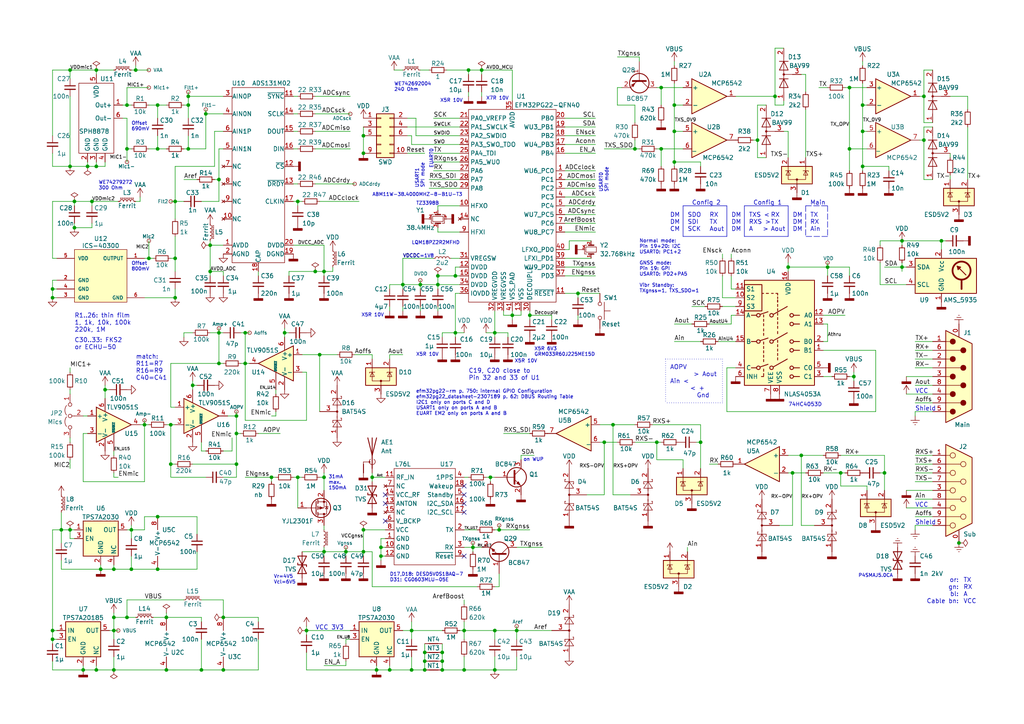
<source format=kicad_sch>
(kicad_sch (version 20211123) (generator eeschema)
  (paper "A4")
  (title_block (title "SOS Mic") (date "2023-08-21") (rev "01.01") (comment 1 "CC BY 4.0"))
  (junction (at 143.51 194.31))
  (junction (at 105.41 44.45))
  (junction (at 134.62 182.88))
  (junction (at 27.94 20.32))
  (junction (at 15.24 86.36))
  (junction (at 55.88 111.76))
  (junction (at 123.19 189.23))
  (junction (at 127 82.55))
  (junction (at 45.72 149.86))
  (junction (at 228.6 77.47))
  (junction (at 105.41 153.67))
  (junction (at 38.1 165.1))
  (junction (at 33.02 165.1))
  (junction (at 203.2 128.27))
  (junction (at 50.8 58.42))
  (junction (at 132.08 80.01))
  (junction (at 123.19 191.77))
  (junction (at 250.19 30.48))
  (junction (at 15.24 83.82))
  (junction (at 48.26 194.31))
  (junction (at 29.21 165.1))
  (junction (at 267.97 40.64))
  (junction (at 175.26 128.27))
  (junction (at 33.02 182.88))
  (junction (at 20.32 20.32))
  (junction (at 17.78 153.67))
  (junction (at 195.58 38.1))
  (junction (at 33.02 194.31))
  (junction (at 113.03 194.31))
  (junction (at 195.58 30.48))
  (junction (at 24.13 194.31))
  (junction (at 184.15 43.18))
  (junction (at 63.5 52.07))
  (junction (at 54.61 43.18))
  (junction (at 142.24 138.43))
  (junction (at 232.41 132.08))
  (junction (at 43.18 74.93))
  (junction (at 109.22 194.31))
  (junction (at 195.58 46.99))
  (junction (at 93.98 138.43))
  (junction (at 21.59 66.04))
  (junction (at 36.83 30.48))
  (junction (at 246.38 25.4))
  (junction (at 240.03 77.47))
  (junction (at 63.5 105.41))
  (junction (at 30.48 113.03))
  (junction (at 78.74 138.43))
  (junction (at 60.96 78.74))
  (junction (at 39.37 20.32))
  (junction (at 219.71 40.64))
  (junction (at 143.51 96.52))
  (junction (at 71.12 96.52))
  (junction (at 153.67 91.44))
  (junction (at 33.02 179.07))
  (junction (at 246.38 43.18))
  (junction (at 247.65 109.22))
  (junction (at 63.5 96.52))
  (junction (at 261.62 69.85))
  (junction (at 116.84 82.55))
  (junction (at 224.79 27.94))
  (junction (at 68.58 125.73))
  (junction (at 273.05 69.85))
  (junction (at 91.44 78.74))
  (junction (at 243.84 137.16))
  (junction (at 229.87 137.16))
  (junction (at 50.8 86.36))
  (junction (at 123.19 194.31))
  (junction (at 15.24 182.88))
  (junction (at 58.42 194.31))
  (junction (at 60.96 71.12))
  (junction (at 110.49 161.29))
  (junction (at 36.83 179.07))
  (junction (at 191.77 25.4))
  (junction (at 20.32 48.26))
  (junction (at 119.38 182.88))
  (junction (at 177.8 123.19))
  (junction (at 41.91 123.19))
  (junction (at 88.9 182.88))
  (junction (at 93.98 78.74))
  (junction (at 21.59 58.42))
  (junction (at 191.77 43.18))
  (junction (at 144.78 153.67))
  (junction (at 49.53 123.19))
  (junction (at 20.32 153.67))
  (junction (at 137.16 158.75))
  (junction (at 26.67 58.42))
  (junction (at 127 80.01))
  (junction (at 278.13 157.48))
  (junction (at 92.71 102.87))
  (junction (at 50.8 74.93))
  (junction (at 148.59 91.44))
  (junction (at 45.72 43.18))
  (junction (at 64.77 179.07))
  (junction (at 100.33 160.02))
  (junction (at 27.94 48.26))
  (junction (at 45.72 30.48))
  (junction (at 38.1 153.67))
  (junction (at 128.27 191.77))
  (junction (at 128.27 194.31))
  (junction (at 107.95 138.43))
  (junction (at 68.58 134.62))
  (junction (at 250.19 48.26))
  (junction (at 190.5 128.27))
  (junction (at 68.58 120.65))
  (junction (at 82.55 96.52))
  (junction (at 48.26 179.07))
  (junction (at 167.64 85.09))
  (junction (at 128.27 189.23))
  (junction (at 86.36 138.43))
  (junction (at 15.24 185.42))
  (junction (at 256.54 137.16))
  (junction (at 143.51 182.88))
  (junction (at 86.36 58.42))
  (junction (at 71.12 105.41))
  (junction (at 36.83 43.18))
  (junction (at 110.49 158.75))
  (junction (at 105.41 39.37))
  (junction (at 27.94 194.31))
  (junction (at 93.98 160.02))
  (junction (at 105.41 160.02))
  (junction (at 64.77 194.31))
  (junction (at 49.53 134.62))
  (junction (at 59.69 33.02))
  (junction (at 139.7 20.32))
  (junction (at 54.61 27.94))
  (junction (at 45.72 165.1))
  (junction (at 132.08 96.52))
  (junction (at 135.89 20.32))
  (junction (at 119.38 194.31))
  (junction (at 121.92 82.55))
  (junction (at 134.62 194.31))
  (junction (at 250.19 38.1))
  (junction (at 25.4 48.26))
  (junction (at 149.86 182.88))
  (junction (at 261.62 77.47))
  (junction (at 267.97 27.94))
  (junction (at 54.61 30.48))
  (no_connect (at 134.62 146.05))
  (no_connect (at 134.62 161.29))
  (no_connect (at 134.62 140.97))
  (no_connect (at 134.62 148.59))
  (no_connect (at 111.76 151.13))
  (no_connect (at 111.76 143.51))
  (no_connect (at 134.62 143.51))
  (no_connect (at 111.76 146.05))
  (wire (pts (xy 54.61 39.37) (xy 54.61 43.18)))
  (wire (pts (xy 50.8 86.36) (xy 41.91 86.36)))
  (wire (pts (xy 110.49 158.75) (xy 110.49 156.21)))
  (wire (pts (xy 116.84 74.93) (xy 125.73 74.93)))
  (wire (pts (xy 148.59 20.32) (xy 139.7 20.32)))
  (wire (pts (xy 149.86 185.42) (xy 149.86 182.88)))
  (wire (pts (xy 195.58 30.48) (xy 195.58 38.1)))
  (wire (pts (xy 20.32 48.26) (xy 25.4 48.26)))
  (wire (pts (xy 246.38 80.01) (xy 246.38 77.47)))
  (polyline (pts (xy 228.6 68.58) (xy 215.9 68.58)) (stroke (width 0) (type solid)))
  (wire (pts (xy 45.72 43.18) (xy 43.18 43.18)))
  (wire (pts (xy 116.84 88.9) (xy 116.84 90.17)))
  (polyline (pts (xy 228.6 59.69) (xy 228.6 68.58)) (stroke (width 0) (type solid)))
  (wire (pts (xy 134.62 158.75) (xy 137.16 158.75)))
  (wire (pts (xy 113.03 194.31) (xy 119.38 194.31)))
  (wire (pts (xy 92.71 102.87) (xy 97.79 102.87)))
  (wire (pts (xy 179.07 25.4) (xy 180.34 25.4)))
  (wire (pts (xy 91.44 78.74) (xy 93.98 78.74)))
  (wire (pts (xy 119.38 41.91) (xy 133.35 41.91)))
  (wire (pts (xy 59.69 31.75) (xy 59.69 33.02)))
  (wire (pts (xy 251.46 25.4) (xy 246.38 25.4)))
  (wire (pts (xy 33.02 194.31) (xy 33.02 190.5)))
  (wire (pts (xy 105.41 160.02) (xy 105.41 161.29)))
  (wire (pts (xy 35.56 30.48) (xy 36.83 30.48)))
  (wire (pts (xy 50.8 58.42) (xy 50.8 63.5)))
  (wire (pts (xy 53.34 96.52) (xy 53.34 97.79)))
  (wire (pts (xy 38.1 165.1) (xy 38.1 161.29)))
  (wire (pts (xy 246.38 25.4) (xy 246.38 43.18)))
  (wire (pts (xy 148.59 90.17) (xy 148.59 91.44)))
  (wire (pts (xy 133.35 80.01) (xy 132.08 80.01)))
  (wire (pts (xy 149.86 182.88) (xy 143.51 182.88)))
  (wire (pts (xy 38.1 153.67) (xy 38.1 156.21)))
  (polyline (pts (xy 240.03 59.69) (xy 240.03 68.58)) (stroke (width 0) (type dash)))
  (wire (pts (xy 265.43 106.68) (xy 270.51 106.68)))
  (wire (pts (xy 227.33 30.48) (xy 227.33 29.21)))
  (wire (pts (xy 49.53 138.43) (xy 59.69 138.43)))
  (wire (pts (xy 144.78 153.67) (xy 153.67 153.67)))
  (wire (pts (xy 132.08 85.09) (xy 132.08 96.52)))
  (wire (pts (xy 27.94 46.99) (xy 27.94 48.26)))
  (wire (pts (xy 275.59 44.45) (xy 275.59 45.72)))
  (wire (pts (xy 68.58 119.38) (xy 68.58 120.65)))
  (wire (pts (xy 224.79 13.97) (xy 224.79 27.94)))
  (wire (pts (xy 129.54 20.32) (xy 135.89 20.32)))
  (wire (pts (xy 15.24 194.31) (xy 24.13 194.31)))
  (wire (pts (xy 179.07 16.51) (xy 185.42 16.51)))
  (wire (pts (xy 163.83 62.23) (xy 172.72 62.23)))
  (wire (pts (xy 15.24 185.42) (xy 15.24 186.69)))
  (wire (pts (xy 116.84 182.88) (xy 119.38 182.88)))
  (wire (pts (xy 255.27 69.85) (xy 261.62 69.85)))
  (wire (pts (xy 27.94 20.32) (xy 27.94 21.59)))
  (wire (pts (xy 86.36 138.43) (xy 87.63 138.43)))
  (wire (pts (xy 21.59 66.04) (xy 26.67 66.04)))
  (wire (pts (xy 173.99 128.27) (xy 175.26 128.27)))
  (polyline (pts (xy 210.82 59.69) (xy 210.82 68.58)) (stroke (width 0) (type solid)))
  (wire (pts (xy 123.19 191.77) (xy 123.19 194.31)))
  (wire (pts (xy 191.77 43.18) (xy 198.12 43.18)))
  (wire (pts (xy 133.35 85.09) (xy 132.08 85.09)))
  (wire (pts (xy 210.82 106.68) (xy 210.82 119.38)))
  (wire (pts (xy 266.7 27.94) (xy 267.97 27.94)))
  (wire (pts (xy 80.01 120.65) (xy 78.74 120.65)))
  (wire (pts (xy 270.51 52.07) (xy 267.97 52.07)))
  (wire (pts (xy 118.11 36.83) (xy 133.35 36.83)))
  (wire (pts (xy 64.77 138.43) (xy 68.58 138.43)))
  (wire (pts (xy 219.71 30.48) (xy 219.71 40.64)))
  (wire (pts (xy 265.43 101.6) (xy 270.51 101.6)))
  (wire (pts (xy 33.02 182.88) (xy 33.02 179.07)))
  (wire (pts (xy 213.36 86.36) (xy 209.55 86.36)))
  (wire (pts (xy 91.44 33.02) (xy 101.6 33.02)))
  (wire (pts (xy 29.21 163.83) (xy 29.21 165.1)))
  (wire (pts (xy 85.09 138.43) (xy 86.36 138.43)))
  (wire (pts (xy 44.45 179.07) (xy 48.26 179.07)))
  (wire (pts (xy 53.34 30.48) (xy 54.61 30.48)))
  (wire (pts (xy 82.55 96.52) (xy 83.82 96.52)))
  (wire (pts (xy 120.65 39.37) (xy 133.35 39.37)))
  (wire (pts (xy 200.66 88.9) (xy 204.47 88.9)))
  (wire (pts (xy 36.83 179.07) (xy 39.37 179.07)))
  (wire (pts (xy 27.94 194.31) (xy 33.02 194.31)))
  (wire (pts (xy 30.48 46.99) (xy 30.48 48.26)))
  (wire (pts (xy 228.6 132.08) (xy 232.41 132.08)))
  (wire (pts (xy 184.15 40.64) (xy 184.15 43.18)))
  (wire (pts (xy 243.84 137.16) (xy 245.11 137.16)))
  (wire (pts (xy 50.8 68.58) (xy 50.8 74.93)))
  (wire (pts (xy 148.59 91.44) (xy 148.59 92.71)))
  (wire (pts (xy 15.24 83.82) (xy 15.24 81.28)))
  (wire (pts (xy 33.02 130.81) (xy 33.02 132.08)))
  (wire (pts (xy 250.19 38.1) (xy 251.46 38.1)))
  (wire (pts (xy 247.65 107.95) (xy 247.65 109.22)))
  (wire (pts (xy 50.8 134.62) (xy 49.53 134.62)))
  (wire (pts (xy 26.67 58.42) (xy 34.29 58.42)))
  (wire (pts (xy 63.5 96.52) (xy 63.5 105.41)))
  (wire (pts (xy 228.6 38.1) (xy 228.6 45.72)))
  (wire (pts (xy 160.02 91.44) (xy 153.67 91.44)))
  (wire (pts (xy 146.05 90.17) (xy 146.05 91.44)))
  (wire (pts (xy 45.72 39.37) (xy 45.72 43.18)))
  (wire (pts (xy 21.59 156.21) (xy 20.32 156.21)))
  (wire (pts (xy 139.7 26.67) (xy 139.7 27.94)))
  (wire (pts (xy 119.38 182.88) (xy 119.38 185.42)))
  (wire (pts (xy 191.77 43.18) (xy 191.77 48.26)))
  (wire (pts (xy 107.95 160.02) (xy 105.41 160.02)))
  (wire (pts (xy 116.84 82.55) (xy 116.84 83.82)))
  (wire (pts (xy 58.42 130.81) (xy 59.69 130.81)))
  (wire (pts (xy 49.53 58.42) (xy 50.8 58.42)))
  (wire (pts (xy 17.78 153.67) (xy 17.78 157.48)))
  (wire (pts (xy 91.44 43.18) (xy 101.6 43.18)))
  (wire (pts (xy 143.51 170.18) (xy 144.78 170.18)))
  (wire (pts (xy 96.52 78.74) (xy 96.52 77.47)))
  (wire (pts (xy 233.68 31.75) (xy 233.68 45.72)))
  (wire (pts (xy 20.32 106.68) (xy 20.32 107.95)))
  (wire (pts (xy 48.26 123.19) (xy 49.53 123.19)))
  (polyline (pts (xy 209.55 116.84) (xy 193.04 116.84)) (stroke (width 0) (type dot)))
  (wire (pts (xy 21.59 153.67) (xy 20.32 153.67)))
  (wire (pts (xy 69.85 105.41) (xy 71.12 105.41)))
  (wire (pts (xy 64.77 38.1) (xy 62.23 38.1)))
  (wire (pts (xy 128.27 96.52) (xy 132.08 96.52)))
  (wire (pts (xy 107.95 170.18) (xy 107.95 160.02)))
  (wire (pts (xy 173.99 85.09) (xy 167.64 85.09)))
  (wire (pts (xy 125.73 46.99) (xy 133.35 46.99)))
  (polyline (pts (xy 215.9 59.69) (xy 228.6 59.69)) (stroke (width 0) (type solid)))
  (wire (pts (xy 39.37 20.32) (xy 43.18 20.32)))
  (wire (pts (xy 134.62 173.99) (xy 134.62 175.26)))
  (wire (pts (xy 265.43 119.38) (xy 265.43 120.65)))
  (polyline (pts (xy 210.82 68.58) (xy 198.12 68.58)) (stroke (width 0) (type solid)))
  (wire (pts (xy 62.23 52.07) (xy 63.5 52.07)))
  (wire (pts (xy 41.91 153.67) (xy 38.1 153.67)))
  (wire (pts (xy 100.33 191.77) (xy 100.33 193.04)))
  (wire (pts (xy 133.35 67.31) (xy 127 67.31)))
  (wire (pts (xy 30.48 113.03) (xy 31.75 113.03)))
  (wire (pts (xy 261.62 78.74) (xy 261.62 77.47)))
  (wire (pts (xy 210.82 119.38) (xy 254 119.38)))
  (wire (pts (xy 85.09 71.12) (xy 93.98 71.12)))
  (wire (pts (xy 33.02 182.88) (xy 34.29 182.88)))
  (wire (pts (xy 100.33 186.69) (xy 100.33 185.42)))
  (wire (pts (xy 110.49 156.21) (xy 111.76 156.21)))
  (wire (pts (xy 55.88 111.76) (xy 57.15 111.76)))
  (wire (pts (xy 58.42 58.42) (xy 63.5 58.42)))
  (wire (pts (xy 93.98 160.02) (xy 100.33 160.02)))
  (wire (pts (xy 195.58 30.48) (xy 198.12 30.48)))
  (wire (pts (xy 64.77 173.99) (xy 64.77 179.07)))
  (wire (pts (xy 118.11 44.45) (xy 123.19 44.45)))
  (wire (pts (xy 85.09 38.1) (xy 86.36 38.1)))
  (wire (pts (xy 57.15 149.86) (xy 57.15 154.94)))
  (wire (pts (xy 36.83 34.29) (xy 36.83 43.18)))
  (wire (pts (xy 247.65 109.22) (xy 247.65 110.49)))
  (wire (pts (xy 88.9 107.95) (xy 87.63 107.95)))
  (wire (pts (xy 105.41 160.02) (xy 105.41 153.67)))
  (wire (pts (xy 243.84 132.08) (xy 256.54 132.08)))
  (wire (pts (xy 127 67.31) (xy 127 66.04)))
  (wire (pts (xy 270.51 36.83) (xy 267.97 36.83)))
  (wire (pts (xy 134.62 180.34) (xy 134.62 182.88)))
  (wire (pts (xy 237.49 25.4) (xy 240.03 25.4)))
  (wire (pts (xy 113.03 102.87) (xy 116.84 102.87)))
  (wire (pts (xy 250.19 30.48) (xy 250.19 38.1)))
  (wire (pts (xy 48.26 179.07) (xy 58.42 179.07)))
  (wire (pts (xy 127 88.9) (xy 127 90.17)))
  (wire (pts (xy 59.69 33.02) (xy 59.69 43.18)))
  (wire (pts (xy 53.34 52.07) (xy 57.15 52.07)))
  (wire (pts (xy 257.81 48.26) (xy 250.19 48.26)))
  (wire (pts (xy 143.51 185.42) (xy 143.51 182.88)))
  (wire (pts (xy 132.08 80.01) (xy 127 80.01)))
  (wire (pts (xy 41.91 149.86) (xy 41.91 153.67)))
  (wire (pts (xy 64.77 179.07) (xy 74.93 179.07)))
  (wire (pts (xy 33.02 179.07) (xy 36.83 179.07)))
  (wire (pts (xy 146.05 91.44) (xy 148.59 91.44)))
  (wire (pts (xy 198.12 25.4) (xy 191.77 25.4)))
  (wire (pts (xy 60.96 69.85) (xy 60.96 71.12)))
  (wire (pts (xy 86.36 138.43) (xy 86.36 147.32)))
  (wire (pts (xy 267.97 35.56) (xy 270.51 35.56)))
  (wire (pts (xy 58.42 194.31) (xy 58.42 185.42)))
  (wire (pts (xy 35.56 34.29) (xy 36.83 34.29)))
  (wire (pts (xy 233.68 21.59) (xy 233.68 26.67)))
  (wire (pts (xy 100.33 158.75) (xy 100.33 160.02)))
  (wire (pts (xy 184.15 30.48) (xy 179.07 30.48)))
  (wire (pts (xy 55.88 110.49) (xy 55.88 111.76)))
  (wire (pts (xy 163.83 54.61) (xy 172.72 54.61)))
  (wire (pts (xy 195.58 17.78) (xy 195.58 19.05)))
  (wire (pts (xy 113.03 82.55) (xy 113.03 83.82)))
  (wire (pts (xy 82.55 95.25) (xy 82.55 96.52)))
  (wire (pts (xy 203.2 48.26) (xy 203.2 46.99)))
  (wire (pts (xy 232.41 132.08) (xy 238.76 132.08)))
  (wire (pts (xy 15.24 153.67) (xy 15.24 182.88)))
  (wire (pts (xy 173.99 123.19) (xy 177.8 123.19)))
  (wire (pts (xy 143.51 190.5) (xy 143.51 194.31)))
  (wire (pts (xy 119.38 194.31) (xy 119.38 190.5)))
  (wire (pts (xy 93.98 138.43) (xy 93.98 142.24)))
  (wire (pts (xy 93.98 152.4) (xy 93.98 153.67)))
  (wire (pts (xy 93.98 158.75) (xy 93.98 160.02)))
  (wire (pts (xy 250.19 24.13) (xy 250.19 30.48)))
  (wire (pts (xy 265.43 111.76) (xy 270.51 111.76)))
  (wire (pts (xy 121.92 82.55) (xy 121.92 83.82)))
  (wire (pts (xy 227.33 30.48) (xy 224.79 30.48)))
  (wire (pts (xy 41.91 139.7) (xy 41.91 123.19)))
  (wire (pts (xy 137.16 158.75) (xy 139.7 158.75)))
  (wire (pts (xy 213.36 106.68) (xy 210.82 106.68)))
  (wire (pts (xy 33.02 182.88) (xy 33.02 185.42)))
  (wire (pts (xy 125.73 44.45) (xy 133.35 44.45)))
  (wire (pts (xy 15.24 48.26) (xy 20.32 48.26)))
  (wire (pts (xy 267.97 20.32) (xy 267.97 27.94)))
  (wire (pts (xy 88.9 181.61) (xy 88.9 182.88)))
  (wire (pts (xy 262.89 142.24) (xy 270.51 142.24)))
  (wire (pts (xy 21.59 58.42) (xy 21.59 59.69)))
  (wire (pts (xy 25.4 46.99) (xy 25.4 48.26)))
  (wire (pts (xy 153.67 90.17) (xy 153.67 91.44)))
  (wire (pts (xy 127 82.55) (xy 127 83.82)))
  (wire (pts (xy 15.24 86.36) (xy 16.51 86.36)))
  (wire (pts (xy 280.67 36.83) (xy 280.67 52.07)))
  (wire (pts (xy 255.27 137.16) (xy 256.54 137.16)))
  (wire (pts (xy 205.74 93.98) (xy 212.09 93.98)))
  (wire (pts (xy 250.19 38.1) (xy 250.19 48.26)))
  (wire (pts (xy 256.54 77.47) (xy 261.62 77.47)))
  (wire (pts (xy 60.96 71.12) (xy 60.96 78.74)))
  (wire (pts (xy 91.44 53.34) (xy 102.87 53.34)))
  (wire (pts (xy 15.24 58.42) (xy 15.24 74.93)))
  (wire (pts (xy 119.38 182.88) (xy 128.27 182.88)))
  (wire (pts (xy 107.95 137.16) (xy 107.95 138.43)))
  (wire (pts (xy 71.12 138.43) (xy 78.74 138.43)))
  (wire (pts (xy 163.83 34.29) (xy 172.72 34.29)))
  (wire (pts (xy 191.77 25.4) (xy 191.77 30.48)))
  (wire (pts (xy 265.43 139.7) (xy 270.51 139.7)))
  (wire (pts (xy 45.72 43.18) (xy 48.26 43.18)))
  (wire (pts (xy 190.5 43.18) (xy 191.77 43.18)))
  (wire (pts (xy 219.71 45.72) (xy 222.25 45.72)))
  (wire (pts (xy 24.13 194.31) (xy 27.94 194.31)))
  (wire (pts (xy 195.58 24.13) (xy 195.58 30.48)))
  (wire (pts (xy 88.9 194.31) (xy 109.22 194.31)))
  (wire (pts (xy 68.58 138.43) (xy 68.58 134.62)))
  (wire (pts (xy 15.24 44.45) (xy 15.24 48.26)))
  (wire (pts (xy 171.45 69.85) (xy 165.1 69.85)))
  (wire (pts (xy 262.89 114.3) (xy 270.51 114.3)))
  (wire (pts (xy 246.38 43.18) (xy 251.46 43.18)))
  (wire (pts (xy 270.51 20.32) (xy 267.97 20.32)))
  (wire (pts (xy 246.38 109.22) (xy 247.65 109.22)))
  (wire (pts (xy 45.72 30.48) (xy 48.26 30.48)))
  (wire (pts (xy 240.03 99.06) (xy 240.03 93.98)))
  (wire (pts (xy 64.77 96.52) (xy 63.5 96.52)))
  (wire (pts (xy 68.58 125.73) (xy 69.85 125.73)))
  (wire (pts (xy 267.97 27.94) (xy 267.97 35.56)))
  (wire (pts (xy 123.19 189.23) (xy 123.19 191.77)))
  (wire (pts (xy 167.64 91.44) (xy 167.64 92.71)))
  (wire (pts (xy 83.82 78.74) (xy 83.82 80.01)))
  (wire (pts (xy 243.84 137.16) (xy 243.84 140.97)))
  (wire (pts (xy 105.41 153.67) (xy 111.76 153.67)))
  (wire (pts (xy 163.83 80.01) (xy 172.72 80.01)))
  (wire (pts (xy 240.03 77.47) (xy 240.03 80.01)))
  (wire (pts (xy 50.8 118.11) (xy 49.53 118.11)))
  (wire (pts (xy 39.37 58.42) (xy 40.64 58.42)))
  (wire (pts (xy 219.71 40.64) (xy 219.71 45.72)))
  (wire (pts (xy 261.62 76.2) (xy 261.62 77.47)))
  (wire (pts (xy 179.07 30.48) (xy 179.07 25.4)))
  (wire (pts (xy 138.43 170.18) (xy 107.95 170.18)))
  (wire (pts (xy 82.55 96.52) (xy 82.55 97.79)))
  (wire (pts (xy 240.03 76.2) (xy 240.03 77.47)))
  (wire (pts (xy 15.24 81.28) (xy 16.51 81.28)))
  (wire (pts (xy 163.83 77.47) (xy 172.72 77.47)))
  (wire (pts (xy 41.91 74.93) (xy 43.18 74.93)))
  (wire (pts (xy 232.41 132.08) (xy 232.41 152.4)))
  (wire (pts (xy 38.1 152.4) (xy 38.1 153.67)))
  (wire (pts (xy 110.49 161.29) (xy 110.49 158.75)))
  (wire (pts (xy 280.67 27.94) (xy 280.67 31.75)))
  (wire (pts (xy 113.03 104.14) (xy 113.03 102.87)))
  (polyline (pts (xy 193.04 104.14) (xy 209.55 104.14)) (stroke (width 0) (type dot)))
  (wire (pts (xy 255.27 82.55) (xy 262.89 82.55)))
  (wire (pts (xy 120.65 34.29) (xy 120.65 39.37)))
  (wire (pts (xy 66.04 120.65) (xy 68.58 120.65)))
  (wire (pts (xy 198.12 135.89) (xy 198.12 133.35)))
  (wire (pts (xy 203.2 128.27) (xy 201.93 128.27)))
  (wire (pts (xy 39.37 19.05) (xy 39.37 20.32)))
  (wire (pts (xy 128.27 189.23) (xy 128.27 191.77)))
  (wire (pts (xy 88.9 182.88) (xy 101.6 182.88)))
  (wire (pts (xy 25.4 125.73) (xy 24.13 125.73)))
  (wire (pts (xy 87.63 160.02) (xy 93.98 160.02)))
  (wire (pts (xy 142.24 138.43) (xy 142.24 139.7)))
  (wire (pts (xy 64.77 71.12) (xy 60.96 71.12)))
  (wire (pts (xy 261.62 69.85) (xy 273.05 69.85)))
  (wire (pts (xy 149.86 194.31) (xy 143.51 194.31)))
  (wire (pts (xy 135.89 21.59) (xy 135.89 20.32)))
  (wire (pts (xy 15.24 182.88) (xy 16.51 182.88)))
  (wire (pts (xy 133.35 59.69) (xy 127 59.69)))
  (wire (pts (xy 140.97 138.43) (xy 142.24 138.43)))
  (wire (pts (xy 85.09 33.02) (xy 86.36 33.02)))
  (wire (pts (xy 226.06 152.4) (xy 229.87 152.4)))
  (wire (pts (xy 33.02 165.1) (xy 38.1 165.1)))
  (wire (pts (xy 33.02 138.43) (xy 34.29 138.43)))
  (wire (pts (xy 74.93 78.74) (xy 74.93 80.01)))
  (wire (pts (xy 163.83 59.69) (xy 172.72 59.69)))
  (wire (pts (xy 49.53 105.41) (xy 49.53 118.11)))
  (wire (pts (xy 265.43 149.86) (xy 270.51 149.86)))
  (wire (pts (xy 15.24 20.32) (xy 20.32 20.32)))
  (wire (pts (xy 60.96 78.74) (xy 64.77 78.74)))
  (wire (pts (xy 144.78 152.4) (xy 144.78 153.67)))
  (polyline (pts (xy 198.12 59.69) (xy 198.12 68.58)) (stroke (width 0) (type solid)))
  (wire (pts (xy 100.33 160.02) (xy 105.41 160.02)))
  (wire (pts (xy 48.26 179.07) (xy 48.26 177.8)))
  (wire (pts (xy 143.51 90.17) (xy 143.51 96.52)))
  (wire (pts (xy 54.61 43.18) (xy 59.69 43.18)))
  (wire (pts (xy 119.38 194.31) (xy 123.19 194.31)))
  (wire (pts (xy 137.16 158.75) (xy 137.16 160.02)))
  (wire (pts (xy 92.71 58.42) (xy 104.14 58.42)))
  (wire (pts (xy 245.11 25.4) (xy 246.38 25.4)))
  (wire (pts (xy 123.19 186.69) (xy 123.19 189.23)))
  (wire (pts (xy 149.86 190.5) (xy 149.86 194.31)))
  (wire (pts (xy 20.32 156.21) (xy 20.32 153.67)))
  (wire (pts (xy 93.98 78.74) (xy 93.98 71.12)))
  (wire (pts (xy 121.92 88.9) (xy 121.92 90.17)))
  (wire (pts (xy 265.43 152.4) (xy 265.43 153.67)))
  (wire (pts (xy 265.43 134.62) (xy 270.51 134.62)))
  (wire (pts (xy 128.27 191.77) (xy 128.27 194.31)))
  (wire (pts (xy 170.18 143.51) (xy 175.26 143.51)))
  (wire (pts (xy 228.6 76.2) (xy 228.6 77.47)))
  (wire (pts (xy 273.05 69.85) (xy 273.05 72.39)))
  (wire (pts (xy 15.24 191.77) (xy 15.24 194.31)))
  (wire (pts (xy 251.46 142.24) (xy 251.46 140.97)))
  (wire (pts (xy 49.53 74.93) (xy 50.8 74.93)))
  (wire (pts (xy 198.12 133.35) (xy 190.5 133.35)))
  (wire (pts (xy 177.8 143.51) (xy 182.88 143.51)))
  (wire (pts (xy 261.62 77.47) (xy 262.89 77.47)))
  (wire (pts (xy 185.42 16.51) (xy 185.42 17.78)))
  (wire (pts (xy 250.19 48.26) (xy 250.19 49.53)))
  (wire (pts (xy 184.15 35.56) (xy 184.15 30.48)))
  (wire (pts (xy 218.44 40.64) (xy 219.71 40.64)))
  (wire (pts (xy 15.24 185.42) (xy 16.51 185.42)))
  (wire (pts (xy 275.59 50.8) (xy 275.59 52.07)))
  (wire (pts (xy 15.24 182.88) (xy 15.24 185.42)))
  (wire (pts (xy 93.98 78.74) (xy 96.52 78.74)))
  (wire (pts (xy 55.88 111.76) (xy 55.88 113.03)))
  (wire (pts (xy 43.18 30.48) (xy 45.72 30.48)))
  (wire (pts (xy 128.27 186.69) (xy 128.27 189.23)))
  (wire (pts (xy 119.38 39.37) (xy 119.38 41.91)))
  (wire (pts (xy 195.58 46.99) (xy 203.2 46.99)))
  (wire (pts (xy 229.87 137.16) (xy 233.68 137.16)))
  (wire (pts (xy 45.72 30.48) (xy 45.72 34.29)))
  (wire (pts (xy 20.32 127) (xy 20.32 128.27)))
  (wire (pts (xy 167.64 85.09) (xy 167.64 86.36)))
  (wire (pts (xy 265.43 116.84) (xy 270.51 116.84)))
  (wire (pts (xy 33.02 137.16) (xy 33.02 138.43)))
  (wire (pts (xy 39.37 20.32) (xy 38.1 20.32)))
  (wire (pts (xy 57.15 160.02) (xy 57.15 165.1)))
  (wire (pts (xy 33.02 177.8) (xy 33.02 179.07)))
  (wire (pts (xy 31.75 182.88) (xy 33.02 182.88)))
  (wire (pts (xy 246.38 43.18) (xy 246.38 49.53)))
  (wire (pts (xy 154.94 132.08) (xy 151.13 132.08)))
  (wire (pts (xy 87.63 102.87) (xy 92.71 102.87)))
  (wire (pts (xy 41.91 121.92) (xy 41.91 123.19)))
  (wire (pts (xy 243.84 140.97) (xy 251.46 140.97)))
  (wire (pts (xy 119.38 180.34) (xy 119.38 182.88)))
  (wire (pts (xy 149.86 181.61) (xy 149.86 182.88)))
  (wire (pts (xy 50.8 48.26) (xy 62.23 48.26)))
  (wire (pts (xy 139.7 20.32) (xy 139.7 21.59)))
  (wire (pts (xy 113.03 82.55) (xy 116.84 82.55)))
  (wire (pts (xy 100.33 161.29) (xy 100.33 160.02)))
  (wire (pts (xy 121.92 81.28) (xy 121.92 82.55)))
  (wire (pts (xy 132.08 96.52) (xy 132.08 97.79)))
  (wire (pts (xy 209.55 88.9) (xy 213.36 88.9)))
  (wire (pts (xy 127 82.55) (xy 133.35 82.55)))
  (wire (pts (xy 43.18 69.85) (xy 43.18 74.93)))
  (wire (pts (xy 228.6 137.16) (xy 229.87 137.16)))
  (wire (pts (xy 33.02 194.31) (xy 48.26 194.31)))
  (wire (pts (xy 153.67 91.44) (xy 153.67 92.71)))
  (wire (pts (xy 144.78 170.18) (xy 144.78 166.37)))
  (wire (pts (xy 240.03 93.98) (xy 238.76 93.98)))
  (wire (pts (xy 232.41 152.4) (xy 236.22 152.4)))
  (wire (pts (xy 256.54 132.08) (xy 256.54 137.16)))
  (wire (pts (xy 113.03 88.9) (xy 113.03 90.17)))
  (wire (pts (xy 273.05 69.85) (xy 274.32 69.85)))
  (wire (pts (xy 54.61 43.18) (xy 53.34 43.18)))
  (wire (pts (xy 36.83 153.67) (xy 38.1 153.67)))
  (wire (pts (xy 184.15 128.27) (xy 190.5 128.27)))
  (wire (pts (xy 36.83 30.48) (xy 38.1 30.48)))
  (wire (pts (xy 147.32 96.52) (xy 143.51 96.52)))
  (wire (pts (xy 163.83 36.83) (xy 172.72 36.83)))
  (wire (pts (xy 25.4 48.26) (xy 27.94 48.26)))
  (wire (pts (xy 116.84 74.93) (xy 116.84 82.55)))
  (wire (pts (xy 68.58 125.73) (xy 68.58 134.62)))
  (wire (pts (xy 189.23 123.19) (xy 203.2 123.19)))
  (wire (pts (xy 30.48 111.76) (xy 30.48 113.03)))
  (wire (pts (xy 49.53 134.62) (xy 49.53 138.43)))
  (wire (pts (xy 60.96 96.52) (xy 63.5 96.52)))
  (wire (pts (xy 74.93 185.42) (xy 74.93 194.31)))
  (wire (pts (xy 15.24 39.37) (xy 15.24 20.32)))
  (wire (pts (xy 57.15 165.1) (xy 45.72 165.1)))
  (wire (pts (xy 238.76 109.22) (xy 241.3 109.22)))
  (wire (pts (xy 149.86 182.88) (xy 160.02 182.88)))
  (wire (pts (xy 246.38 77.47) (xy 240.03 77.47)))
  (wire (pts (xy 36.83 25.4) (xy 36.83 30.48)))
  (wire (pts (xy 190.5 128.27) (xy 191.77 128.27)))
  (wire (pts (xy 203.2 123.19) (xy 203.2 128.27)))
  (wire (pts (xy 58.42 179.07) (xy 58.42 180.34)))
  (wire (pts (xy 130.81 74.93) (xy 133.35 74.93)))
  (wire (pts (xy 232.41 21.59) (xy 233.68 21.59)))
  (wire (pts (xy 30.48 48.26) (xy 27.94 48.26)))
  (wire (pts (xy 40.64 58.42) (xy 40.64 57.15)))
  (wire (pts (xy 134.62 153.67) (xy 138.43 153.67)))
  (polyline (pts (xy 193.04 104.14) (xy 193.04 116.84)) (stroke (width 0) (type dot)))
  (wire (pts (xy 105.41 44.45) (xy 105.41 39.37)))
  (wire (pts (xy 20.32 113.03) (xy 20.32 114.3)))
  (wire (pts (xy 53.34 96.52) (xy 55.88 96.52)))
  (wire (pts (xy 64.77 78.74) (xy 64.77 80.01)))
  (wire (pts (xy 262.89 147.32) (xy 270.51 147.32)))
  (wire (pts (xy 15.24 58.42) (xy 21.59 58.42)))
  (wire (pts (xy 265.43 152.4) (xy 270.51 152.4)))
  (wire (pts (xy 60.96 80.01) (xy 60.96 78.74)))
  (wire (pts (xy 265.43 104.14) (xy 270.51 104.14)))
  (wire (pts (xy 21.59 64.77) (xy 21.59 66.04)))
  (wire (pts (xy 222.25 30.48) (xy 219.71 30.48)))
  (wire (pts (xy 134.62 190.5) (xy 134.62 194.31)))
  (wire (pts (xy 195.58 93.98) (xy 200.66 93.98)))
  (wire (pts (xy 125.73 49.53) (xy 133.35 49.53)))
  (wire (pts (xy 86.36 58.42) (xy 86.36 59.69)))
  (wire (pts (xy 212.09 91.44) (xy 212.09 93.98)))
  (wire (pts (xy 26.67 66.04) (xy 26.67 64.77)))
  (wire (pts (xy 133.35 77.47) (xy 132.08 77.47)))
  (wire (pts (xy 88.9 182.88) (xy 88.9 184.15)))
  (wire (pts (xy 146.05 125.73) (xy 153.67 125.73)))
  (wire (pts (xy 15.24 83.82) (xy 16.51 83.82)))
  (wire (pts (xy 85.09 53.34) (xy 86.36 53.34)))
  (wire (pts (xy 134.62 194.31) (xy 143.51 194.31)))
  (wire (pts (xy 69.85 96.52) (xy 71.12 96.52)))
  (wire (pts (xy 224.79 13.97) (xy 227.33 13.97)))
  (wire (pts (xy 110.49 158.75) (xy 111.76 158.75)))
  (wire (pts (xy 20.32 20.32) (xy 20.32 22.86)))
  (wire (pts (xy 265.43 137.16) (xy 270.51 137.16)))
  (wire (pts (xy 17.78 153.67) (xy 15.24 153.67)))
  (wire (pts (xy 265.43 132.08) (xy 270.51 132.08)))
  (wire (pts (xy 80.01 119.38) (xy 80.01 120.65)))
  (wire (pts (xy 85.09 43.18) (xy 86.36 43.18)))
  (wire (pts (xy 148.59 91.44) (xy 151.13 91.44)))
  (wire (pts (xy 20.32 153.67) (xy 17.78 153.67)))
  (polyline (pts (xy 198.12 59.69) (xy 210.82 59.69)) (stroke (width 0) (type solid)))
  (wire (pts (xy 83.82 78.74) (xy 91.44 78.74)))
  (wire (pts (xy 36.83 43.18) (xy 38.1 43.18)))
  (wire (pts (xy 109.22 193.04) (xy 109.22 194.31)))
  (wire (pts (xy 190.5 133.35) (xy 190.5 128.27)))
  (wire (pts (xy 93.98 160.02) (xy 93.98 161.29)))
  (wire (pts (xy 88.9 121.92) (xy 88.9 107.95)))
  (wire (pts (xy 93.98 137.16) (xy 93.98 138.43)))
  (wire (pts (xy 195.58 46.99) (xy 195.58 48.26)))
  (wire (pts (xy 80.01 113.03) (xy 80.01 114.3)))
  (wire (pts (xy 68.58 134.62) (xy 55.88 134.62)))
  (polyline (pts (xy 233.68 59.69) (xy 233.68 68.58)) (stroke (width 0) (type dash)))
  (wire (pts (xy 16.51 74.93) (xy 15.24 74.93)))
  (polyline (pts (xy 215.9 59.69) (xy 215.9 68.58)) (stroke (width 0) (type solid)))
  (wire (pts (xy 67.31 127) (xy 67.31 130.81)))
  (wire (pts (xy 255.27 71.12) (xy 255.27 69.85)))
  (wire (pts (xy 238.76 137.16) (xy 243.84 137.16)))
  (wire (pts (xy 110.49 161.29) (xy 111.76 161.29)))
  (wire (pts (xy 177.8 123.19) (xy 184.15 123.19)))
  (wire (pts (xy 63.5 52.07) (xy 63.5 58.42)))
  (wire (pts (xy 121.92 20.32) (xy 124.46 20.32)))
  (wire (pts (xy 160.02 92.71) (xy 160.02 91.44)))
  (wire (pts (xy 163.83 39.37) (xy 172.72 39.37)))
  (wire (pts (xy 135.89 26.67) (xy 135.89 27.94)))
  (wire (pts (xy 71.12 121.92) (xy 88.9 121.92)))
  (wire (pts (xy 140.97 96.52) (xy 143.51 96.52)))
  (wire (pts (xy 24.13 193.04) (xy 24.13 194.31)))
  (wire (pts (xy 148.59 20.32) (xy 148.59 29.21)))
  (wire (pts (xy 49.53 134.62) (xy 49.53 123.19)))
  (wire (pts (xy 118.11 34.29) (xy 120.65 34.29)))
  (wire (pts (xy 21.59 58.42) (xy 26.67 58.42)))
  (wire (pts (xy 175.26 128.27) (xy 179.07 128.27)))
  (wire (pts (xy 15.24 86.36) (xy 15.24 83.82)))
  (wire (pts (xy 63.5 95.25) (xy 63.5 96.52)))
  (wire (pts (xy 17.78 162.56) (xy 17.78 165.1)))
  (wire (pts (xy 64.77 43.18) (xy 63.5 43.18)))
  (wire (pts (xy 85.09 58.42) (xy 86.36 58.42)))
  (wire (pts (xy 26.67 58.42) (xy 26.67 59.69)))
  (wire (pts (xy 163.83 64.77) (xy 172.72 64.77)))
  (wire (pts (xy 91.44 27.94) (xy 101.6 27.94)))
  (wire (pts (xy 17.78 165.1) (xy 29.21 165.1)))
  (wire (pts (xy 45.72 149.86) (xy 57.15 149.86)))
  (wire (pts (xy 227.33 38.1) (xy 228.6 38.1)))
  (wire (pts (xy 33.02 163.83) (xy 33.02 165.1)))
  (wire (pts (xy 199.39 158.75) (xy 199.39 160.02)))
  (wire (pts (xy 265.43 144.78) (xy 270.51 144.78)))
  (wire (pts (xy 30.48 113.03) (xy 30.48 115.57)))
  (wire (pts (xy 54.61 30.48) (xy 54.61 34.29)))
  (wire (pts (xy 93.98 193.04) (xy 100.33 193.04)))
  (wire (pts (xy 50.8 74.93) (xy 50.8 78.74)))
  (wire (pts (xy 54.61 27.94) (xy 54.61 30.48)))
  (wire (pts (xy 261.62 69.85) (xy 261.62 71.12)))
  (wire (pts (xy 113.03 193.04) (xy 113.03 194.31)))
  (wire (pts (xy 50.8 48.26) (xy 50.8 58.42)))
  (wire (pts (xy 29.21 165.1) (xy 33.02 165.1)))
  (wire (pts (xy 78.74 138.43) (xy 80.01 138.43)))
  (wire (pts (xy 24.13 139.7) (xy 41.91 139.7)))
  (wire (pts (xy 50.8 83.82) (xy 50.8 86.36)))
  (wire (pts (xy 228.6 77.47) (xy 228.6 78.74)))
  (wire (pts (xy 128.27 194.31) (xy 134.62 194.31)))
  (wire (pts (xy 163.83 67.31) (xy 172.72 67.31)))
  (wire (pts (xy 91.44 38.1) (xy 101.6 38.1)))
  (wire (pts (xy 50.8 58.42) (xy 53.34 58.42)))
  (wire (pts (xy 74.93 125.73) (xy 81.28 125.73)))
  (wire (pts (xy 43.18 25.4) (xy 36.83 25.4)))
  (wire (pts (xy 100.33 185.42) (xy 101.6 185.42)))
  (wire (pts (xy 63.5 43.18) (xy 63.5 52.07)))
  (wire (pts (xy 229.87 137.16) (xy 229.87 152.4)))
  (wire (pts (xy 54.61 26.67) (xy 54.61 27.94)))
  (wire (pts (xy 134.62 182.88) (xy 133.35 182.88)))
  (wire (pts (xy 27.94 20.32) (xy 33.02 20.32)))
  (wire (pts (xy 49.53 123.19) (xy 50.8 123.19)))
  (wire (pts (xy 209.55 86.36) (xy 209.55 80.01)))
  (wire (pts (xy 125.73 34.29) (xy 133.35 34.29)))
  (wire (pts (xy 228.6 77.47) (xy 240.03 77.47)))
  (wire (pts (xy 190.5 25.4) (xy 191.77 25.4)))
  (wire (pts (xy 78.74 138.43) (xy 78.74 139.7)))
  (wire (pts (xy 212.09 83.82) (xy 213.36 83.82)))
  (wire (pts (xy 64.77 33.02) (xy 59.69 33.02)))
  (polyline (pts (xy 233.68 59.69) (xy 240.03 59.69)) (stroke (width 0) (type dash)))
  (wire (pts (xy 267.97 40.64) (xy 267.97 52.07)))
  (wire (pts (xy 212.09 73.66) (xy 212.09 74.93)))
  (wire (pts (xy 41.91 123.19) (xy 40.64 123.19)))
  (wire (pts (xy 45.72 165.1) (xy 38.1 165.1)))
  (wire (pts (xy 86.36 58.42) (xy 87.63 58.42)))
  (wire (pts (xy 238.76 91.44) (xy 245.11 91.44)))
  (wire (pts (xy 58.42 173.99) (xy 64.77 173.99)))
  (wire (pts (xy 254 101.6) (xy 254 119.38)))
  (wire (pts (xy 27.94 193.04) (xy 27.94 194.31)))
  (wire (pts (xy 20.32 27.94) (xy 20.32 48.26)))
  (wire (pts (xy 107.95 139.7) (xy 107.95 138.43)))
  (wire (pts (xy 134.62 138.43) (xy 135.89 138.43)))
  (wire (pts (xy 85.09 27.94) (xy 86.36 27.94)))
  (wire (pts (xy 17.78 148.59) (xy 17.78 153.67)))
  (wire (pts (xy 20.32 20.32) (xy 27.94 20.32)))
  (wire (pts (xy 265.43 99.06) (xy 270.51 99.06)))
  (wire (pts (xy 62.23 38.1) (xy 62.23 48.26)))
  (wire (pts (xy 213.36 91.44) (xy 212.09 91.44)))
  (wire (pts (xy 149.86 158.75) (xy 157.48 158.75)))
  (wire (pts (xy 58.42 128.27) (xy 58.42 130.81)))
  (wire (pts (xy 256.54 137.16) (xy 256.54 142.24)))
  (wire (pts (xy 24.13 125.73) (xy 24.13 139.7)))
  (wire (pts (xy 163.83 41.91) (xy 172.72 41.91)))
  (wire (pts (xy 127 59.69) (xy 127 60.96)))
  (wire (pts (xy 212.09 80.01) (xy 212.09 83.82)))
  (wire (pts (xy 63.5 105.41) (xy 49.53 105.41)))
  (wire (pts (xy 266.7 40.64) (xy 267.97 40.64)))
  (wire (pts (xy 105.41 39.37) (xy 105.41 36.83)))
  (wire (pts (xy 195.58 99.06) (xy 203.2 99.06)))
  (wire (pts (xy 124.46 54.61) (xy 133.35 54.61)))
  (wire (pts (xy 163.83 74.93) (xy 171.45 74.93)))
  (wire (pts (xy 143.51 153.67) (xy 144.78 153.67)))
  (wire (pts (xy 132.08 77.47) (xy 132.08 80.01)))
  (wire (pts (xy 93.98 138.43) (xy 92.71 138.43)))
  (wire (pts (xy 43.18 74.93) (xy 44.45 74.93)))
  (wire (pts (xy 64.77 194.31) (xy 74.93 194.31)))
  (wire (pts (xy 275.59 27.94) (xy 280.67 27.94)))
  (wire (pts (xy 41.91 123.19) (xy 43.18 123.19)))
  (wire (pts (xy 127 80.01) (xy 127 82.55)))
  (wire (pts (xy 165.1 69.85) (xy 165.1 72.39)))
  (wire (pts (xy 128.27 97.79) (xy 128.27 96.52)))
  (wire (pts (xy 118.11 39.37) (xy 119.38 39.37)))
  (wire (pts (xy 124.46 52.07) (xy 133.35 52.07)))
  (wire (pts (xy 48.26 194.31) (xy 58.42 194.31)))
  (wire (pts (xy 107.95 102.87) (xy 107.95 104.14)))
  (wire (pts (xy 24.13 120.65) (xy 25.4 120.65)))
  (polyline (pts (xy 209.55 104.14) (xy 209.55 116.84)) (stroke (width 0) (type dot)))
  (wire (pts (xy 127 82.55) (xy 121.92 82.55)))
  (wire (pts (xy 163.83 52.07) (xy 172.72 52.07)))
  (wire (pts (xy 93.98 78.74) (xy 93.98 80.01)))
  (wire (pts (xy 109.22 194.31) (xy 113.03 194.31)))
  (wire (pts (xy 151.13 132.08) (xy 151.13 133.35)))
  (wire (pts (xy 205.74 134.62) (xy 208.28 134.62)))
  (wire (pts (xy 110.49 162.56) (xy 110.49 161.29)))
  (wire (pts (xy 134.62 96.52) (xy 132.08 96.52)))
  (wire (pts (xy 58.42 194.31) (xy 64.77 194.31)))
  (wire (pts (xy 135.89 20.32) (xy 139.7 20.32)))
  (wire (pts (xy 147.32 97.79) (xy 147.32 96.52)))
  (wire (pts (xy 238.76 101.6) (xy 254 101.6)))
  (wire (pts (xy 71.12 96.52) (xy 71.12 105.41)))
  (polyline (pts (xy 240.03 68.58) (xy 233.68 68.58)) (stroke (width 0) (type dash)))
  (wire (pts (xy 54.61 27.94) (xy 64.77 27.94)))
  (wire (pts (xy 71.12 96.52) (xy 72.39 96.52)))
  (wire (pts (xy 203.2 128.27) (xy 203.2 135.89)))
  (wire (pts (xy 163.83 85.09) (xy 167.64 85.09)))
  (wire (pts (xy 36.83 43.18) (xy 36.83 46.99)))
  (wire (pts (xy 68.58 120.65) (xy 68.58 125.73)))
  (wire (pts (xy 213.36 27.94) (xy 224.79 27.94)))
  (wire (pts (xy 64.77 105.41) (xy 63.5 105.41)))
  (wire (pts (xy 142.24 138.43) (xy 143.51 138.43)))
  (wire (pts (xy 143.51 182.88) (xy 134.62 182.88)))
  (wire (pts (xy 165.1 72.39) (xy 163.83 72.39)))
  (wire (pts (xy 209.55 73.66) (xy 209.55 74.93)))
  (wire (pts (xy 163.83 49.53) (xy 172.72 49.53)))
  (wire (pts (xy 53.34 173.99) (xy 36.83 173.99)))
  (wire (pts (xy 257.81 49.53) (xy 257.81 48.26)))
  (wire (pts (xy 36.83 173.99) (xy 36.83 179.07)))
  (wire (pts (xy 151.13 90.17) (xy 151.13 91.44)))
  (wire (pts (xy 224.79 27.94) (xy 224.79 30.48)))
  (wire (pts (xy 92.71 102.87) (xy 92.71 119.38)))
  (wire (pts (xy 114.3 20.32) (xy 116.84 20.32)))
  (wire (pts (xy 45.72 149.86) (xy 41.91 149.86)))
  (wire (pts (xy 143.51 96.52) (xy 143.51 97.79)))
  (wire (pts (xy 163.83 44.45) (xy 172.72 44.45)))
  (wire (pts (xy 262.89 109.22) (xy 270.51 109.22)))
  (wire (pts (xy 177.8 123.19) (xy 177.8 143.51)))
  (wire (pts (xy 20.32 133.35) (xy 20.32 135.89)))
  (wire (pts (xy 195.58 38.1) (xy 195.58 46.99)))
  (wire (pts (xy 184.15 43.18) (xy 185.42 43.18)))
  (wire (pts (xy 107.95 138.43) (xy 111.76 138.43)))
  (wire (pts (xy 265.43 119.38) (xy 270.51 119.38)))
  (wire (pts (xy 71.12 105.41) (xy 71.12 121.92)))
  (wire (pts (xy 175.26 128.27) (xy 175.26 143.51)))
  (wire (pts (xy 116.84 82.55) (xy 121.92 82.55)))
  (wire (pts (xy 195.58 38.1) (xy 198.12 38.1)))
  (wire (pts (xy 137.16 157.48) (xy 137.16 158.75)))
  (wire (pts (xy 134.62 185.42) (xy 134.62 182.88)))
  (wire (pts (xy 255.27 76.2) (xy 255.27 82.55)))
  (wire (pts (xy 163.83 57.15) (xy 172.72 57.15)))
  (wire (pts (xy 175.26 43.18) (xy 184.15 43.18)))
  (wire (pts (xy 267.97 36.83) (xy 267.97 40.64)))
  (wire (pts (xy 88.9 189.23) (xy 88.9 194.31)))
  (wire (pts (xy 238.76 99.06) (xy 240.03 99.06)))
  (wire (pts (xy 102.87 102.87) (xy 107.95 102.87)))
  (wire (pts (xy 250.19 17.78) (xy 250.19 19.05)))
  (wire (pts (xy 72.39 105.41) (xy 71.12 105.41)))
  (wire (pts (xy 250.19 30.48) (xy 251.46 30.48)))
  (wire (pts (xy 74.93 179.07) (xy 74.93 180.34)))
  (wire (pts (xy 67.31 130.81) (xy 64.77 130.81)))
  (wire (pts (xy 208.28 99.06) (xy 213.36 99.06)))
  (text "VCC" (at 265.43 147.32 0) (effects (font (size 1.27 1.27)) (justify left bottom)))
  (text "X5R 10V" (at 120.65 103.505 0) (effects (font (size 1 1)) (justify left bottom)))
  (text "C19, C20 close to\nPin 32 and 33 of U1" (at 135.89 110.49 0) (effects (font (size 1.27 1.27)) (justify left bottom)))
  (text "VCC" (at 265.43 114.3 0) (effects (font (size 1.27 1.27)) (justify left bottom)))
  (text "Shield" (at 265.43 119.38 0) (effects (font (size 1.27 1.27)) (justify left bottom)))
  (text "VCC 3V3" (at 91.44 182.88 0) (effects (font (size 1.27 1.27)) (justify left bottom)))
  (text "X5R 10V" (at 127.635 29.845 0) (effects (font (size 1 1)) (justify left bottom)))
  (text "EUART0" (at 125.73 43.18 270) (effects (font (size 1 1)) (justify right bottom)))
  (text "D17,D18: DESD5V0S1BAQ-7\nD31: CG0603MLU-05E" (at 113.03 168.91 0) (effects (font (size 1 1)) (justify left bottom)))
  (text "SDO\nSDI\nSCK" (at 199.39 67.31 0) (effects (font (size 1.27 1.27)) (justify left bottom)))
  (text "DM\nDM\nDM" (at 212.09 67.31 0) (effects (font (size 1.27 1.27)) (justify left bottom)))
  (text "RX\nTX\nAout" (at 223.52 67.31 0) (effects (font (size 1.27 1.27)) (justify left bottom)))
  (text "X7R 10V" (at 140.97 29.21 0) (effects (font (size 1 1)) (justify left bottom)))
  (text "31mA\nmax.\n150mA\n" (at 95.25 142.24 0) (effects (font (size 1 1)) (justify left bottom)))
  (text "match:\nR11=R7\nR16=R9\nC40=C41" (at 39.37 110.49 0) (effects (font (size 1.27 1.27)) (justify left bottom)))
  (text "R1..26: thin film\n1, 1k, 10k, 100k\n220k, 1M" (at 21.59 96.52 0) (effects (font (size 1.27 1.27)) (justify left bottom)))
  (text "efm32pg22-rm p. 750: internal GPIO Configuration\nefm32pg22_datasheet-2307189 p. 62: DBUS Routing Table\nI2C1 only on ports C and D\nUSART1 only on ports A and B\nEUART EM2 only on ports A and B" (at 120.65 120.65 0) (effects (font (size 1 1)) (justify left bottom)))
  (text "DM\nDM\nDM" (at 229.87 67.31 0) (effects (font (size 1.27 1.27)) (justify left bottom)))
  (text "X5R 10V" (at 149.225 105.41 0) (effects (font (size 1 1)) (justify left bottom)))
  (text "DM\nDM\nCM" (at 194.31 67.31 0) (effects (font (size 1.27 1.27)) (justify left bottom)))
  (text "ABM11W-38.4000MHZ-8-B1U-T3" (at 107.95 57.15 0) (effects (font (size 1 1)) (justify left bottom)))
  (text "Vr=4V5\nVcl=6V5" (at 79.375 169.545 0) (effects (font (size 1 1)) (justify left bottom)))
  (text "RX\nTX\nAout" (at 205.74 67.31 0) (effects (font (size 1.27 1.27)) (justify left bottom)))
  (text "TX\nRX\nAin" (at 234.95 67.31 0) (effects (font (size 1.27 1.27)) (justify left bottom)))
  (text "Shield" (at 265.43 152.4 0) (effects (font (size 1.27 1.27)) (justify left bottom)))
  (text "AOPV\n       > Aout\nAin <\n      < +\n        Gnd" (at 194.31 115.57 0) (effects (font (size 1.27 1.27)) (justify left bottom)))
  (text "WE74279272\n300 Ohm" (at 28.575 55.245 0) (effects (font (size 1 1)) (justify left bottom)))
  (text "Config 1" (at 218.44 59.69 0) (effects (font (size 1.27 1.27)) (justify left bottom)))
  (text "TX\nRX\nA\nVCC" (at 279.4 175.26 0) (effects (font (size 1.27 1.27)) (justify left bottom)))
  (text "Main" (at 234.95 59.69 0) (effects (font (size 1.27 1.27)) (justify left bottom)))
  (text "74HC4053D" (at 228.6 118.11 0) (effects (font (size 1.1 1.1)) (justify left bottom)))
  (text "on WUP" (at 151.765 133.985 0) (effects (font (size 1 1)) (justify left bottom)))
  (text "P4SMAJ5.0CA" (at 248.92 167.64 0) (effects (font (size 1 1)) (justify left bottom)))
  (text "Normal mode:\nPin 19+20: I2C\nUSART0: PC1+2\n\nGNSS mode:\nPin 19: GPI\nUSART0: PD2+PA5\n\nVibr Standby:\nTXgnss=1, TXS_SDO=1" (at 185.42 85.09 0) (effects (font (size 1 1)) (justify left bottom)))
  (text "C30..33: FKS2\nor ECHU-50" (at 21.59 101.6 0) (effects (font (size 1.27 1.27)) (justify left bottom)))
  (text "WE742692004\n240 Ohm" (at 114.3 26.67 0) (effects (font (size 1 1)) (justify left bottom)))
  (text "X5R 6V3\nGRM033R60J225ME15D" (at 154.94 103.505 0) (effects (font (size 1 1)) (justify left bottom)))
  (text "USART0\nSPI mode" (at 176.53 55.88 90) (effects (font (size 1 1)) (justify left bottom)))
  (text "Offset\n690mV" (at 38.1 38.1 0) (effects (font (size 1 1)) (justify left bottom)))
  (text "TZ3398B" (at 120.65 59.69 0) (effects (font (size 1 1)) (justify left bottom)))
  (text "TXS <\nRXS >\nA   >" (at 217.17 67.31 0) (effects (font (size 1.27 1.27)) (justify left bottom)))
  (text "X5R 10V" (at 104.775 92.075 0) (effects (font (size 1 1)) (justify left bottom)))
  (text "Config 2" (at 200.66 59.69 0) (effects (font (size 1.27 1.27)) (justify left bottom)))
  (text "Offset\n800mV" (at 38.1 78.74 0) (effects (font (size 1 1)) (justify left bottom)))
  (text "USART1\nSPI mode" (at 123.19 54.61 90) (effects (font (size 1 1)) (justify left bottom)))
  (text "LQM18PZ2R2MFHD" (at 119.38 71.12 0) (effects (font (size 1 1)) (justify left bottom)))
  (text "or:\ngn:\nbl:\nCable bn:" (at 278.13 175.26 180) (effects (font (size 1.27 1.27)) (justify right bottom)))
  (text "VDCDC=1V8" (at 116.84 74.93 0) (effects (font (size 1 1)) (justify left bottom)))
  (label "Aout" (at 195.58 93.98 0))
  (label "EN_A" (at 172.72 44.45 180))
  (label "ADCdrdy" (at 101.6 53.34 180))
  (label "ADCclock" (at 104.14 58.42 180))
  (label "RX+" (at 265.43 101.6 0))
  (label "TXgnss" (at 179.07 16.51 0))
  (label "SWO" (at 125.73 41.91 0) (effects (font (size 1 1))))
  (label "SDA" (at 256.54 77.47 0))
  (label "AinU4" (at 208.28 99.06 0) (effects (font (size 1 1))))
  (label "RXS+OPV" (at 177.8 135.89 0) (effects (font (size 1 1))))
  (label "Ain" (at 195.58 99.06 0))
  (label "RX" (at 125.73 49.53 0))
  (label "AoutU4" (at 205.74 93.98 0) (effects (font (size 1 1))))
  (label "MIC2" (at 20.32 135.89 180))
  (label "Aoffs" (at 265.43 149.86 0))
  (label "MIC1+" (at 20.32 106.68 0))
  (label "MIC1-" (at 36.83 46.355 180) (effects (font (size 1 1))))
  (label "SCK" (at 125.73 34.29 0))
  (label "TX_OPV" (at 246.38 36.83 180) (effects (font (size 1 1))))
  (label "TX-" (at 275.59 52.07 180))
  (label "ADCsck" (at 100.33 33.02 180))
  (label "ENsck" (at 172.72 39.37 180))
  (label "SDA" (at 154.94 132.08 180))
  (label "Aconn" (at 212.09 73.66 0))
  (label "TXgnss" (at 157.48 158.75 180))
  (label "Aoffs" (at 102.87 102.87 0))
  (label "RX" (at 205.74 134.62 0))
  (label "Reset" (at 173.99 85.09 180))
  (label "AVDD_ADC" (at 60.96 78.74 0) (effects (font (size 1 1))))
  (label "VDDmic2" (at 26.67 58.42 0) (effects (font (size 1 1))))
  (label "ENmic" (at 34.29 138.43 0))
  (label "EN_U8" (at 101.6 185.42 180) (effects (font (size 0.8 0.8))))
  (label "RXS+" (at 189.23 123.19 0))
  (label "ArefBoost" (at 172.72 64.77 180))
  (label "EN_A" (at 93.98 193.04 0))
  (label "SWDIO" (at 125.73 39.37 0) (effects (font (size 1 1))))
  (label "Aref" (at 158.75 182.88 180))
  (label "RXgnss" (at 125.73 46.99 0))
  (label "Ain" (at 265.43 144.78 0))
  (label "RX+" (at 245.11 132.08 0))
  (label "ENmic" (at 67.31 127 180))
  (label "TX" (at 237.49 25.4 0))
  (label "Reset" (at 123.19 44.45 180))
  (label "AOPV" (at 81.28 125.73 180))
  (label "ENmic" (at 172.72 67.31 180))
  (label "AVDD_MCU" (at 140.97 20.32 0) (effects (font (size 1 1))))
  (label "RXS+" (at 265.43 132.08 0))
  (label "ADCmiso" (at 101.6 38.1 180))
  (label "TX_0V9" (at 250.19 35.56 0) (effects (font (size 1 1))))
  (label "TX+" (at 265.43 99.06 0))
  (label "ENmic" (at 78.74 120.65 180))
  (label "TXS+" (at 265.43 134.62 0))
  (label "EN_U15" (at 33.02 130.81 0) (effects (font (size 0.8 0.8))))
  (label "RX-OPV" (at 229.87 144.78 180) (effects (font (size 1 1))))
  (label "ADCmosi" (at 172.72 52.07 180))
  (label "Decouple" (at 154.94 91.44 0) (effects (font (size 1 1))))
  (label "SWCLK" (at 125.73 36.83 0) (effects (font (size 1 1))))
  (label "TXgnss" (at 172.72 77.47 180))
  (label "RXS-" (at 265.43 137.16 0))
  (label "ADCmosi" (at 101.6 43.18 180))
  (label "Ant" (at 109.22 138.43 0) (effects (font (size 0.7 0.7))))
  (label "MIC2" (at 43.18 72.39 180) (effects (font (size 1 1))))
  (label "SCL" (at 172.72 34.29 180))
  (label "MIC1+" (at 36.83 25.4 0) (effects (font (size 1 1))))
  (label "RXS-" (at 184.15 128.27 0))
  (label "SDA" (at 172.72 36.83 180))
  (label "TXS_0V9" (at 195.58 35.56 0) (effects (font (size 1 1))))
  (label "Ain" (at 199.39 158.75 0))
  (label "TX-" (at 265.43 104.14 0))
  (label "TXS_SDO" (at 124.46 54.61 0))
  (label "ENgnss" (at 71.12 138.43 0))
  (label "RXgnss" (at 153.67 153.67 180))
  (label "TXS-" (at 228.6 45.72 180))
  (label "ADCsck" (at 172.72 57.15 180))
  (label "TXS_SDO" (at 175.26 43.18 0))
  (label "RX-" (at 265.43 106.68 0))
  (label "Aout" (at 265.43 111.76 0))
  (label "RXS_SDI" (at 146.05 125.73 0))
  (label "TX+" (at 280.67 52.07 0))
  (label "Athru" (at 240.03 97.79 0) (effects (font (size 1 1))))
  (label "Aref" (at 53.34 52.07 0))
  (label "VBUS" (at 41.91 173.99 0))
  (label "ADCdrdy" (at 172.72 59.69 180))
  (label "Aout" (at 116.84 102.87 180))
  (label "ADCclock" (at 172.72 49.53 180))
  (label "EN_U14" (at 80.01 113.03 180) (effects (font (size 0.8 0.8))))
  (label "ArefBoost" (at 134.62 173.99 180))
  (label "RXS-OPV" (at 175.26 135.89 180) (effects (font (size 1 1))))
  (label "DVCC_ADC" (at 86.36 71.12 0) (effects (font (size 1 1))))
  (label "ENgnss" (at 172.72 80.01 180))
  (label "Aoffs" (at 265.43 116.84 0))
  (label "ENsck" (at 209.55 73.66 180))
  (label "TX" (at 125.73 44.45 0))
  (label "RXS_SDI" (at 124.46 52.07 0))
  (label "AOPV" (at 245.11 91.44 180))
  (label "TX_U17" (at 134.62 153.67 0) (effects (font (size 0.7 0.7))))
  (label "ADCsync" (at 101.6 27.94 180))
  (label "TXS+" (at 233.68 45.72 0))
  (label "ADCmiso" (at 172.72 54.61 180))
  (label "ADCsync" (at 172.72 62.23 180))
  (label "SCK" (at 200.66 88.9 0))
  (label "VDCDC" (at 116.84 74.93 0) (effects (font (size 1 1))))
  (label "RX-" (at 238.76 137.16 0))
  (label "Aconn" (at 172.72 41.91 180))
  (label "TXS-" (at 265.43 139.7 0))
  (label "VDDmic1" (at 20.32 20.32 0) (effects (font (size 1 1))))
  (label "RX+OPV" (at 232.41 144.78 0) (effects (font (size 1 1))))
  (label "SCL" (at 256.54 82.55 0))
  (label "RX_U17" (at 138.43 158.75 0) (effects (font (size 0.7 0.7))))
  (label "VCCgnss" (at 105.41 156.21 180) (effects (font (size 1 1))))
  (symbol (lib_id "Device:R_Small") (at 203.2 93.98 90) (unit 1)
    (property "Reference" "R25" (at 203.2 92.075 90))
    (property "Value" "1k" (at 203.2 95.885 90))
    (property "Footprint" "Resistor_SMD:R_0603_1608Metric" (effects hide))
  )
  (symbol (lib_id "power:GNDA") (at 53.34 97.79 0) (unit 1)
    (property "Reference" "#PWR0179" (effects hide))
    (property "Value" "GNDA" (effects hide))
  )
  (symbol (lib_id "Device:L_Ferrite_Small") (at 41.91 179.07 90) (unit 1)
    (property "Reference" "L14" (at 41.91 176.53 90))
    (property "Value" "Ferrit" (at 41.91 180.34 90))
    (property "Footprint" "Inductor_SMD:L_0805_2012Metric" (effects hide))
  )
  (symbol (lib_id "Switch:SW_Push") (at 173.99 90.17 270) (mirror x) (unit 1)
    (property "Reference" "SW1" (at 177.165 86.36 90))
    (property "Value" "Reset" (at 177.165 93.98 90))
    (property "Footprint" "Button_Switch_SMD:SW_Push_1P1T_NO_Vertical_Wuerth_434133025816" (effects hide))
  )
  (symbol (lib_id "KnowlesAnalog:SPH8878") (at 27.94 34.29 0) (unit 1)
    (property "Reference" "U11" (at 33.02 22.86 0) (effects (justify right)))
    (property "Value" "SPH8878" (at 31.75 38.1 0) (effects (justify right)))
    (property "Footprint" "KnowlesAnalog:Knowles_LGA-6_3.5x2.65mm" (effects hide))
  )
  (symbol (lib_id "Device:R_Small") (at 88.9 43.18 90) (unit 1)
    (property "Reference" "R39" (at 91.44 41.275 90))
    (property "Value" "22" (at 87.63 41.275 90))
    (property "Footprint" "Resistor_SMD:R_0603_1608Metric" (effects hide))
  )
  (symbol (lib_id "Device:R_Small") (at 242.57 25.4 90) (unit 1)
    (property "Reference" "R32" (at 242.57 23.495 90))
    (property "Value" "100k" (at 242.57 27.94 90))
    (property "Footprint" "Resistor_SMD:R_0603_1608Metric_Pad0.98x0.95mm_HandSolder" (effects hide))
  )
  (symbol (lib_id "Device:R_Small") (at 187.96 43.18 270) (unit 1)
    (property "Reference" "R31" (at 187.96 41.275 90))
    (property "Value" "470k" (at 187.96 45.085 90))
    (property "Footprint" "Resistor_SMD:R_0603_1608Metric" (effects hide))
  )
  (symbol (lib_id "power:GNDD") (at 151.13 143.51 0) (unit 1)
    (property "Reference" "#PWR0155" (effects hide))
    (property "Value" "GNDD" (effects hide))
  )
  (symbol (lib_id "power:GNDD") (at 93.98 85.09 0) (unit 1)
    (property "Reference" "#PWR0165" (effects hide))
    (property "Value" "GNDD" (effects hide))
  )
  (symbol (lib_id "power:GNDD") (at 246.38 85.09 0) (unit 1)
    (property "Reference" "#PWR0189" (effects hide))
    (property "Value" "GNDD" (effects hide))
  )
  (symbol (lib_id "power:GNDA") (at 30.48 130.81 0) (unit 1)
    (property "Reference" "#PWR0123" (effects hide))
    (property "Value" "GNDA" (effects hide))
  )
  (symbol (lib_id "power:GNDD") (at 191.77 35.56 0) (unit 1)
    (property "Reference" "#PWR0184" (effects hide))
    (property "Value" "GNDD" (effects hide))
  )
  (symbol (lib_id "power:GNDA") (at 36.83 113.03 90) (unit 1)
    (property "Reference" "#PWR0109" (effects hide))
    (property "Value" "GNDA" (effects hide))
  )
  (symbol (lib_id "Connector:TestPoint_Small") (at 43.18 20.32 0) (unit 1)
    (property "Reference" "TP5" (effects hide))
    (property "Value" "VAA" (at 44.45 20.32 0) (effects (font (size 1 1)) (justify left)))
    (property "Footprint" "TestPoint:TestPoint_THTPad_D1.0mm_Drill0.6mm" (effects hide))
  )
  (symbol (lib_id "power:GNDA") (at 165.1 190.5 0) (unit 1)
    (property "Reference" "#PWR017" (effects hide))
    (property "Value" "GNDA" (effects hide))
  )
  (symbol (lib_id "Device:C_Small") (at 88.9 186.69 0) (unit 1)
    (property "Reference" "C10" (at 90.17 184.785 0) (effects (justify left)))
    (property "Value" "1µ" (at 90.17 189.23 0) (effects (justify left)))
    (property "Footprint" "Capacitor_SMD:C_0805_2012Metric" (effects hide))
  )
  (symbol (lib_id "Device:R_Small") (at 195.58 21.59 180) (unit 1)
    (property "Reference" "R27" (at 198.755 19.05 0))
    (property "Value" "1M" (at 193.04 21.59 0))
    (property "Footprint" "Resistor_SMD:R_0805_2012Metric" (effects hide))
  )
  (symbol (lib_id "Device:C_Small") (at 74.93 182.88 0) (unit 1)
    (property "Reference" "C4" (at 71.12 180.975 0) (effects (justify left)))
    (property "Value" "100n" (at 69.85 185.42 0) (effects (justify left)))
    (property "Footprint" "Capacitor_SMD:C_0603_1608Metric" (effects hide))
  )
  (symbol (lib_id "Device:C_Small") (at 135.89 24.13 0) (unit 1)
    (property "Reference" "C17" (at 130.175 23.495 0) (effects (justify left)))
    (property "Value" "10µ" (at 130.175 26.035 0) (effects (justify left)))
    (property "Footprint" "Capacitor_SMD:C_1206_3216Metric" (effects hide))
  )
  (symbol (lib_id "power:GNDD") (at 105.41 137.16 0) (unit 1)
    (property "Reference" "#PWR0150" (effects hide))
    (property "Value" "GNDD" (effects hide))
  )
  (symbol (lib_id "Diode:BAT54S") (at 97.79 119.38 270) (mirror x) (unit 1)
    (property "Reference" "D16" (at 99.06 116.84 90) (effects (justify left)))
    (property "Value" "BAT54S" (at 99.06 119.38 90) (effects (justify left)))
    (property "Footprint" "Package_TO_SOT_SMD:SOT-23" (effects hide))
    (property "Datasheet" "https://www.diodes.com/assets/Datasheets/ds11005.pdf" (effects hide))
  )
  (symbol (lib_id "power:GNDD") (at 105.41 44.45 0) (unit 1)
    (property "Reference" "#PWR0173" (effects hide))
    (property "Value" "GNDD" (effects hide))
  )
  (symbol (lib_id "Comparator:MCP6562") (at 259.08 27.94 0) (unit 1)
    (property "Reference" "U3" (at 259.08 21.59 0))
    (property "Value" "MCP6542" (at 262.89 24.13 0))
    (property "Footprint" "Package_SO:SOIC-8_3.9x4.9mm_P1.27mm" (effects hide))
    (property "Datasheet" "http://ww1.microchip.com/downloads/en/DeviceDoc/MCP6561-1R-1U-2-4-1.8V-Low-Power-Push-Pull-Output-Comparator-DS20002139E.pdf" (effects hide))
  )
  (symbol (lib_id "Connector:TestPoint_Small") (at 43.18 25.4 0) (unit 1)
    (property "Reference" "TP6" (effects hide))
    (property "Value" "Mic1+" (at 44.45 25.4 0) (effects (font (size 1 1)) (justify left)))
    (property "Footprint" "TestPoint:TestPoint_THTPad_D1.0mm_Drill0.6mm" (effects hide))
  )
  (symbol (lib_id "Device:C_Small") (at 276.86 69.85 90) (unit 1)
    (property "Reference" "C9" (at 278.13 66.675 90) (effects (justify left)))
    (property "Value" "100n" (at 280.035 73.025 90) (effects (justify left)))
    (property "Footprint" "Capacitor_SMD:C_0603_1608Metric" (effects hide))
  )
  (symbol (lib_id "power:PWR_FLAG") (at 25.4 48.26 180) (unit 1)
    (property "Reference" "#FLG0105" (effects hide))
    (property "Value" "PWR_FLAG" (effects hide))
  )
  (symbol (lib_id "power:VDDA") (at 194.31 160.02 0) (unit 1)
    (property "Reference" "#PWR040" (effects hide))
    (property "Value" "VDDA" (effects hide))
  )
  (symbol (lib_id "Device:R_Small") (at 88.9 53.34 90) (unit 1)
    (property "Reference" "R46" (at 91.44 51.435 90))
    (property "Value" "22" (at 87.63 51.435 90))
    (property "Footprint" "Resistor_SMD:R_0603_1608Metric" (effects hide))
  )
  (symbol (lib_id "power:GNDD") (at 220.98 160.02 0) (unit 1)
    (property "Reference" "#PWR0144" (effects hide))
    (property "Value" "GNDD" (effects hide))
  )
  (symbol (lib_id "Device:C_Small") (at 74.93 82.55 0) (unit 1)
    (property "Reference" "C36" (at 75.565 80.01 0) (effects (justify left)))
    (property "Value" "220n" (at 75.565 85.09 0) (effects (justify left)))
    (property "Footprint" "Capacitor_SMD:C_0603_1608Metric" (effects hide))
  )
  (symbol (lib_id "Device:R_Small") (at 134.62 177.8 180) (unit 1)
    (property "Reference" "R66" (at 137.795 176.53 0))
    (property "Value" "620k" (at 138.43 179.07 0))
    (property "Footprint" "Resistor_SMD:R_0603_1608Metric" (effects hide))
  )
  (symbol (lib_id "Device:R_Small") (at 100.33 102.87 90) (unit 1)
    (property "Reference" "R8" (at 100.33 100.965 90))
    (property "Value" "10k" (at 100.33 104.775 90))
    (property "Footprint" "Resistor_SMD:R_0603_1608Metric" (effects hide))
  )
  (symbol (lib_id "power:GNDA") (at 64.77 85.09 0) (unit 1)
    (property "Reference" "#PWR0177" (effects hide))
    (property "Value" "GNDA" (effects hide))
  )
  (symbol (lib_id "Device:R_Small") (at 195.58 50.8 180) (unit 1)
    (property "Reference" "R28" (at 198.755 49.53 0))
    (property "Value" "1M" (at 198.12 52.07 0))
    (property "Footprint" "Resistor_SMD:R_0805_2012Metric" (effects hide))
  )
  (symbol (lib_id "power:Earth") (at 265.43 120.65 0) (unit 1)
    (property "Reference" "#PWR050" (effects hide))
    (property "Value" "Earth" (effects hide))
  )
  (symbol (lib_id "Device:R_Small") (at 40.64 30.48 90) (unit 1)
    (property "Reference" "R1" (at 40.64 28.575 90))
    (property "Value" "10k" (at 40.64 32.385 90))
    (property "Footprint" "Resistor_SMD:R_0603_1608Metric" (effects hide))
  )
  (symbol (lib_id "Device:D_TVS") (at 107.95 143.51 90) (unit 1)
    (property "Reference" "D31" (at 102.87 141.605 90) (effects (justify right)))
    (property "Value" "TVS" (at 102.87 144.78 90) (effects (justify right)))
    (property "Footprint" "Diode_SMD:D_0603_1608Metric" (effects hide))
  )
  (symbol (lib_id "Device:C_Small") (at 153.67 95.25 0) (unit 1)
    (property "Reference" "C21" (at 154.305 93.345 0) (effects (justify left)))
    (property "Value" "2µ2" (at 154.305 97.79 0) (effects (justify left)))
    (property "Footprint" "Capacitor_SMD:C_0805_2012Metric" (effects hide))
  )
  (symbol (lib_id "power:GNDD") (at 223.52 114.3 0) (unit 1)
    (property "Reference" "#PWR0129" (effects hide))
    (property "Value" "GNDD" (effects hide))
  )
  (symbol (lib_id "Diode:BAT54S") (at 165.1 143.51 90) (unit 1)
    (property "Reference" "D4" (at 170.18 139.7 90) (effects (justify left)))
    (property "Value" "BAT54S" (at 173.99 147.32 90) (effects (justify left)))
    (property "Footprint" "Package_TO_SOT_SMD:SOT-23" (effects hide))
    (property "Datasheet" "https://www.diodes.com/assets/Datasheets/ds11005.pdf" (effects hide))
  )
  (symbol (lib_id "Regulator_Linear:TPS7A0522PDBV") (at 24.13 185.42 0) (unit 1)
    (property "Reference" "U7" (at 24.13 176.6402 0))
    (property "Value" "TPS7A20185" (at 24.13 179.1771 0))
    (property "Footprint" "Package_TO_SOT_SMD:SOT-23-5" (effects hide))
    (property "Datasheet" "https://www.ti.com/lit/ds/symlink/tps7a05.pdf" (effects hide))
  )
  (symbol (lib_id "Device:C_Small") (at 199.39 128.27 270) (unit 1) (in_bom no)
    (property "Reference" "C24" (at 197.485 125.095 90) (effects (justify left)))
    (property "Value" "47p" (at 198.12 131.445 90) (effects (justify left)))
    (property "Footprint" "Capacitor_SMD:C_0603_1608Metric" (effects hide))
  )
  (symbol (lib_id "power:VAA") (at 114.3 20.32 0) (unit 1)
    (property "Reference" "#PWR014" (effects hide))
    (property "Value" "VAA" (at 114.3 16.7442 0))
  )
  (symbol (lib_id "power:PWR_FLAG") (at 20.32 153.67 0) (unit 1)
    (property "Reference" "#FLG0106" (effects hide))
    (property "Value" "PWR_FLAG" (effects hide))
  )
  (symbol (lib_id "power:GNDD") (at 279.4 69.85 90) (unit 1)
    (property "Reference" "#PWR0190" (effects hide))
    (property "Value" "GNDD" (effects hide))
  )
  (symbol (lib_id "Device:R_Small") (at 250.19 52.07 180) (unit 1)
    (property "Reference" "R23" (at 253.365 50.8 0))
    (property "Value" "1M" (at 252.73 53.34 0))
    (property "Footprint" "Resistor_SMD:R_0805_2012Metric" (effects hide))
  )
  (symbol (lib_id "power:GNDD") (at 93.98 166.37 0) (unit 1)
    (property "Reference" "#PWR0128" (effects hide))
    (property "Value" "GNDD" (effects hide))
  )
  (symbol (lib_id "power:GNDD") (at 231.14 55.88 0) (unit 1)
    (property "Reference" "#PWR0181" (effects hide))
    (property "Value" "GNDD" (effects hide))
  )
  (symbol (lib_id "power:PWR_FLAG") (at 91.44 78.74 0) (unit 1)
    (property "Reference" "#FLG0103" (effects hide))
    (property "Value" "PWR_FLAG" (effects hide))
  )
  (symbol (lib_id "Comparator:MCP6562") (at 48.26 157.48 0) (unit 3)
    (property "Reference" "U5" (at 46.99 153.67 0) (effects (justify left)))
    (property "Value" "MCP6542" (at 43.18 157.48 0) (effects (justify left)))
    (property "Footprint" "Package_SO:SOIC-8_3.9x4.9mm_P1.27mm" (effects hide))
    (property "Datasheet" "http://ww1.microchip.com/downloads/en/DeviceDoc/MCP6561-1R-1U-2-4-1.8V-Low-Power-Push-Pull-Output-Comparator-DS20002139E.pdf" (effects hide))
  )
  (symbol (lib_id "power:PWR_FLAG") (at 88.9 182.88 90) (unit 1)
    (property "Reference" "#FLG0112" (effects hide))
    (property "Value" "PWR_FLAG" (effects hide))
  )
  (symbol (lib_id "power:PWR_FLAG") (at 60.96 71.12 90) (unit 1)
    (property "Reference" "#FLG0104" (effects hide))
    (property "Value" "PWR_FLAG" (effects hide))
  )
  (symbol (lib_id "Device:C_Small") (at 26.67 62.23 0) (unit 1)
    (property "Reference" "C29" (at 27.305 60.325 0) (effects (justify left)))
    (property "Value" "1µ" (at 27.305 64.77 0) (effects (justify left)))
    (property "Footprint" "Capacitor_SMD:C_0805_2012Metric" (effects hide))
  )
  (symbol (lib_id "Device:C_Small") (at 167.64 88.9 0) (mirror y) (unit 1)
    (property "Reference" "C53" (at 172.085 86.995 0) (effects (justify left)))
    (property "Value" "100n" (at 172.72 91.44 0) (effects (justify left)))
    (property "Footprint" "Capacitor_SMD:C_0603_1608Metric" (effects hide))
  )
  (symbol (lib_id "Regulator_Linear:TPS7A0530PDBV") (at 109.22 185.42 0) (unit 1)
    (property "Reference" "U8" (at 109.22 176.6402 0))
    (property "Value" "TPS7A2030" (at 109.22 179.1771 0))
    (property "Footprint" "Package_TO_SOT_SMD:SOT-23-5" (effects hide))
    (property "Datasheet" "https://www.ti.com/lit/ds/symlink/tps7a05.pdf" (effects hide))
  )
  (symbol (lib_id "Device:R_Small") (at 191.77 33.02 180) (unit 1)
    (property "Reference" "R43" (at 187.96 31.75 0))
    (property "Value" "620k" (at 187.96 34.29 0))
    (property "Footprint" "Resistor_SMD:R_0603_1608Metric" (effects hide))
  )
  (symbol (lib_id "Connector:TestPoint_Small") (at 144.78 152.4 0) (unit 1)
    (property "Reference" "TP21" (effects hide))
    (property "Value" "RXgnss" (at 143.51 150.495 0) (effects (font (size 1 1)) (justify left)))
    (property "Footprint" "TestPoint:TestPoint_THTPad_D1.0mm_Drill0.6mm" (effects hide))
  )
  (symbol (lib_id "Device:R_Small") (at 233.68 29.21 180) (unit 1)
    (property "Reference" "R34" (at 230.505 27.94 0))
    (property "Value" "2k2" (at 230.505 30.48 0))
    (property "Footprint" "Resistor_SMD:R_0805_2012Metric" (effects hide))
  )
  (symbol (lib_name "TLV9051S_DBV_1") (lib_id "OPV_TI:TLV9051S_DBV") (at 33.02 123.19 0) (unit 1)
    (property "Reference" "U15" (at 38.1 125.73 0))
    (property "Value" "TLV9051S" (at 35.56 118.11 0))
    (property "Footprint" "Package_TO_SOT_SMD:SOT-23-6" (effects hide))
    (property "Datasheet" "https://www.analog.com/media/en/technical-documentation/data-sheets/ADA4807-1_4807-2_4807-4.pdf" (effects hide))
  )
  (symbol (lib_id "power:GNDD") (at 246.38 54.61 0) (unit 1)
    (property "Reference" "#PWR0180" (effects hide))
    (property "Value" "GNDD" (effects hide))
  )
  (symbol (lib_id "power:VDD") (at 228.6 76.2 0) (mirror y) (unit 1)
    (property "Reference" "#PWR068" (effects hide))
    (property "Value" "VDD" (at 228.6 72.6242 0))
  )
  (symbol (lib_id "power:PWR_FLAG") (at 27.94 20.32 0) (unit 1)
    (property "Reference" "#FLG0101" (effects hide))
    (property "Value" "PWR_FLAG" (effects hide))
  )
  (symbol (lib_id "power:PWR_FLAG") (at 127 80.01 0) (unit 1)
    (property "Reference" "#FLG0109" (effects hide))
    (property "Value" "PWR_FLAG" (effects hide))
  )
  (symbol (lib_id "Connector_Generic:Conn_02x05_Odd_Even") (at 110.49 39.37 0) (unit 1)
    (property "Reference" "J3" (at 111.76 31.75 0))
    (property "Value" "SWD" (at 111.76 46.99 0))
    (property "Footprint" "Connector_PinHeader_1.27mm:PinHeader_2x05_P1.27mm_Vertical" (effects hide))
  )
  (symbol (lib_id "Comparator:MCP6562") (at 67.31 186.69 0) (unit 3)
    (property "Reference" "U3" (at 66.04 190.5 0) (effects (justify left)))
    (property "Value" "MCP6542" (at 59.69 186.69 0) (effects (justify left)))
    (property "Footprint" "Package_SO:SOIC-8_3.9x4.9mm_P1.27mm" (effects hide))
    (property "Datasheet" "http://ww1.microchip.com/downloads/en/DeviceDoc/MCP6561-1R-1U-2-4-1.8V-Low-Power-Push-Pull-Output-Comparator-DS20002139E.pdf" (effects hide))
  )
  (symbol (lib_id "power:GNDD") (at 168.91 72.39 270) (unit 1)
    (property "Reference" "#PWR0107" (effects hide))
    (property "Value" "GNDD" (effects hide))
  )
  (symbol (lib_id "power:Earth") (at 265.43 161.29 180) (unit 1)
    (property "Reference" "#PWR052" (effects hide))
    (property "Value" "Earth" (effects hide))
  )
  (symbol (lib_id "power:GNDD") (at 260.35 166.37 0) (unit 1)
    (property "Reference" "#PWR0140" (effects hide))
    (property "Value" "GNDD" (effects hide))
  )
  (symbol (lib_id "power:PWR_FLAG") (at 278.13 157.48 270) (unit 1)
    (property "Reference" "#FLG0108" (effects hide))
    (property "Value" "PWR_FLAG" (effects hide))
  )
  (symbol (lib_id "power:PWR_FLAG") (at 64.77 179.07 90) (unit 1)
    (property "Reference" "#FLG0113" (effects hide))
    (property "Value" "PWR_FLAG" (effects hide))
  )
  (symbol (lib_id "OPV_TI:TLV9051S_DBV") (at 80.01 105.41 0) (mirror y) (unit 1)
    (property "Reference" "U14" (at 74.93 107.95 0))
    (property "Value" "TLV9051S" (at 76.2 101.6 0))
    (property "Footprint" "Package_TO_SOT_SMD:SOT-23-6" (effects hide))
    (property "Datasheet" "https://www.analog.com/media/en/technical-documentation/data-sheets/ADA4807-1_4807-2_4807-4.pdf" (effects hide))
  )
  (symbol (lib_id "Device:C_Small") (at 60.96 82.55 0) (unit 1)
    (property "Reference" "C35" (at 56.515 80.645 0) (effects (justify left)))
    (property "Value" "100n" (at 55.245 84.455 0) (effects (justify left)))
    (property "Footprint" "Capacitor_SMD:C_0603_1608Metric" (effects hide))
  )
  (symbol (lib_id "Device:R_Small") (at 45.72 123.19 90) (unit 1)
    (property "Reference" "R11" (at 45.72 121.285 90))
    (property "Value" "100k" (at 45.72 125.73 90))
    (property "Footprint" "Resistor_SMD:R_0805_2012Metric" (effects hide))
  )
  (symbol (lib_id "power:GNDA") (at 15.24 86.36 0) (unit 1)
    (property "Reference" "#PWR0119" (effects hide))
    (property "Value" "GNDA" (effects hide))
  )
  (symbol (lib_id "Power_Protection:SP0502BAHT") (at 200.66 140.97 0) (unit 1)
    (property "Reference" "D5" (at 195.58 146.05 0) (effects (justify left)))
    (property "Value" "ESD5V2" (at 201.93 146.05 0) (effects (justify left)))
    (property "Footprint" "Package_TO_SOT_SMD:SOT-23" (effects hide))
    (property "Datasheet" "http://www.littelfuse.com/~/media/files/littelfuse/technical%20resources/documents/data%20sheets/sp05xxba.pdf" (effects hide))
  )
  (symbol (lib_id "Device:C_Small") (at 128.27 100.33 0) (unit 1)
    (property "Reference" "C15" (at 123.825 97.79 0) (effects (justify left)))
    (property "Value" "1µ" (at 123.19 100.33 0) (effects (justify left)))
    (property "Footprint" "Capacitor_SMD:C_0805_2012Metric" (effects hide))
  )
  (symbol (lib_id "power:GNDD") (at 143.51 102.87 0) (unit 1)
    (property "Reference" "#PWR0156" (effects hide))
    (property "Value" "GNDD" (effects hide))
  )
  (symbol (lib_id "power:GNDD") (at 187.96 151.13 0) (unit 1)
    (property "Reference" "#PWR0102" (effects hide))
    (property "Value" "GNDD" (effects hide))
  )
  (symbol (lib_id "Device:R_Small") (at 88.9 27.94 90) (unit 1)
    (property "Reference" "R33" (at 91.44 26.035 90))
    (property "Value" "22" (at 87.63 26.035 90))
    (property "Footprint" "Resistor_SMD:R_0603_1608Metric" (effects hide))
  )
  (symbol (lib_id "power:VBUS") (at 33.02 177.8 0) (unit 1)
    (property "Reference" "#PWR0134" (effects hide))
    (property "Value" "VBUS" (at 33.02 174.2242 0))
  )
  (symbol (lib_id "power:VAA") (at 165.1 175.26 0) (unit 1)
    (property "Reference" "#PWR016" (effects hide))
    (property "Value" "VAA" (at 165.1 171.6842 0))
  )
  (symbol (lib_id "power:GNDD") (at 109.22 194.31 0) (unit 1)
    (property "Reference" "#PWR0120" (effects hide))
    (property "Value" "GNDD" (effects hide))
  )
  (symbol (lib_id "power:GNDD") (at 29.21 165.1 0) (unit 1)
    (property "Reference" "#PWR0153" (effects hide))
    (property "Value" "GNDD" (effects hide))
  )
  (symbol (lib_id "power:GNDD") (at 247.65 115.57 0) (unit 1)
    (property "Reference" "#PWR0101" (effects hide))
    (property "Value" "GNDD" (effects hide))
  )
  (symbol (lib_id "Device:R_Small") (at 46.99 74.93 90) (unit 1)
    (property "Reference" "R6" (at 46.99 73.025 90))
    (property "Value" "10k" (at 46.99 76.835 90))
    (property "Footprint" "Resistor_SMD:R_0603_1608Metric" (effects hide))
  )
  (symbol (lib_id "Device:R_Small") (at 243.84 109.22 90) (unit 1)
    (property "Reference" "R55" (at 243.84 107.315 90))
    (property "Value" "1k" (at 243.84 111.125 90))
    (property "Footprint" "Resistor_SMD:R_0603_1608Metric" (effects hide))
  )
  (symbol (lib_id "Connector:TestPoint_Small") (at 43.18 69.85 0) (unit 1)
    (property "Reference" "TP7" (effects hide))
    (property "Value" "Mic2" (at 41.275 68.58 0) (effects (font (size 1 1)) (justify left)))
    (property "Footprint" "TestPoint:TestPoint_THTPad_D1.0mm_Drill0.6mm" (effects hide))
  )
  (symbol (lib_id "Device:Crystal_GND3_Small") (at 171.45 72.39 270) (mirror x) (unit 1)
    (property "Reference" "Y2" (at 173.99 71.12 90) (effects (justify left)))
    (property "Value" "32.768kHz" (at 173.99 73.66 90) (effects (justify left)))
    (property "Footprint" "Crystal:Crystal_C26-LF_D2.1mm_L6.5mm_Horizontal_1EP_style1" (effects hide))
  )
  (symbol (lib_id "Comparator:MCP6562") (at 259.08 40.64 0) (unit 2)
    (property "Reference" "U3" (at 260.35 36.83 0))
    (property "Value" "MCP6542" (at 261.62 45.72 0))
    (property "Footprint" "Package_SO:SOIC-8_3.9x4.9mm_P1.27mm" (effects hide))
    (property "Datasheet" "http://ww1.microchip.com/downloads/en/DeviceDoc/MCP6561-1R-1U-2-4-1.8V-Low-Power-Push-Pull-Output-Comparator-DS20002139E.pdf" (effects hide))
  )
  (symbol (lib_id "Device:R_Small") (at 191.77 50.8 180) (unit 1)
    (property "Reference" "R69" (at 187.96 49.53 0))
    (property "Value" "470k" (at 187.96 52.07 0))
    (property "Footprint" "Resistor_SMD:R_0603_1608Metric" (effects hide))
  )
  (symbol (lib_id "Diode:BAV99") (at 227.33 21.59 90) (unit 1)
    (property "Reference" "D13" (at 232.41 16.51 90) (effects (justify left)))
    (property "Value" "BAV99" (at 234.95 19.05 90) (effects (justify left)))
    (property "Footprint" "Package_TO_SOT_SMD:SOT-23" (effects hide))
    (property "Datasheet" "https://assets.nexperia.com/documents/data-sheet/BAV99_SER.pdf" (effects hide))
  )
  (symbol (lib_id "Device:C_Small") (at 55.88 58.42 90) (unit 1)
    (property "Reference" "C33" (at 57.785 55.88 90) (effects (justify left)))
    (property "Value" "1n" (at 57.15 60.96 90) (effects (justify left)))
    (property "Footprint" "Capacitor_SMD:C_0805_2012Metric" (effects hide))
  )
  (symbol (lib_id "Device:R_Small") (at 184.15 38.1 180) (unit 1)
    (property "Reference" "R30" (at 180.34 36.83 0))
    (property "Value" "470k" (at 180.34 39.37 0))
    (property "Footprint" "Resistor_SMD:R_0603_1608Metric" (effects hide))
  )
  (symbol (lib_id "Connector:TestPoint_Small") (at 49.53 58.42 0) (unit 1)
    (property "Reference" "TP8" (effects hide))
    (property "Value" "Flt2" (at 45.72 58.42 0) (effects (font (size 1 1)) (justify left)))
    (property "Footprint" "TestPoint:TestPoint_THTPad_D1.0mm_Drill0.6mm" (effects hide))
  )
  (symbol (lib_id "Device:R_Small") (at 58.42 96.52 90) (unit 1)
    (property "Reference" "R7" (at 58.42 94.615 90))
    (property "Value" "100k" (at 58.42 98.425 90))
    (property "Footprint" "Resistor_SMD:R_0805_2012Metric" (effects hide))
  )
  (symbol (lib_id "power:VAA") (at 30.48 111.76 0) (unit 1)
    (property "Reference" "#PWR0115" (effects hide))
    (property "Value" "VAA" (at 30.48 108.1842 0))
  )
  (symbol (lib_id "power:GNDD") (at 87.63 167.64 0) (unit 1)
    (property "Reference" "#PWR0127" (effects hide))
    (property "Value" "GNDD" (effects hide))
  )
  (symbol (lib_id "Device:C_Small") (at 50.8 81.28 0) (unit 1)
    (property "Reference" "C31" (at 44.45 81.28 0) (effects (justify left)))
    (property "Value" "1n" (at 46.99 83.82 0) (effects (justify left)))
    (property "Footprint" "Capacitor_SMD:C_0805_2012Metric" (effects hide))
  )
  (symbol (lib_id "Device:R_Small") (at 280.67 34.29 180) (unit 1)
    (property "Reference" "R36" (at 277.495 33.02 0))
    (property "Value" "2k2" (at 277.495 35.56 0))
    (property "Footprint" "Resistor_SMD:R_0805_2012Metric" (effects hide))
  )
  (symbol (lib_id "Device:C_Small") (at 113.03 86.36 0) (unit 1)
    (property "Reference" "C12" (at 108.585 83.82 0) (effects (justify left)))
    (property "Value" "4µ7" (at 108.585 88.9 0) (effects (justify left)))
    (property "Footprint" "Capacitor_SMD:C_0805_2012Metric" (effects hide))
  )
  (symbol (lib_id "Device:R_Small") (at 138.43 138.43 90) (unit 1)
    (property "Reference" "R71" (at 138.43 136.525 90))
    (property "Value" "100k" (at 138.43 140.335 90))
    (property "Footprint" "Resistor_SMD:R_0603_1608Metric_Pad0.98x0.95mm_HandSolder" (effects hide))
  )
  (symbol (lib_id "power:GNDD") (at 195.58 53.34 0) (unit 1)
    (property "Reference" "#PWR0185" (effects hide))
    (property "Value" "GNDD" (effects hide))
  )
  (symbol (lib_id "Device:R_Small") (at 100.33 189.23 180) (unit 1)
    (property "Reference" "R65" (at 97.155 187.325 0))
    (property "Value" "1k" (at 97.79 189.865 0))
    (property "Footprint" "Resistor_SMD:R_0603_1608Metric" (effects hide))
  )
  (symbol (lib_id "Device:L_Small") (at 128.27 74.93 90) (unit 1)
    (property "Reference" "L2" (at 128.27 73.025 90))
    (property "Value" "2u2" (at 128.27 76.2 90))
    (property "Footprint" "Inductor_SMD:L_0805_2012Metric" (effects hide))
  )
  (symbol (lib_id "Power_Protection:SP0502BAHT") (at 110.49 109.22 0) (unit 1)
    (property "Reference" "D10" (at 115.57 107.95 0) (effects (justify left)))
    (property "Value" "ESD5V2" (at 111.76 114.3 0) (effects (justify left)))
    (property "Footprint" "Package_TO_SOT_SMD:SOT-23" (effects hide))
    (property "Datasheet" "http://www.littelfuse.com/~/media/files/littelfuse/technical%20resources/documents/data%20sheets/sp05xxba.pdf" (effects hide))
  )
  (symbol (lib_id "Device:C_Small") (at 15.24 41.91 0) (unit 1)
    (property "Reference" "C26" (at 16.51 39.37 0) (effects (justify left)))
    (property "Value" "1µ" (at 16.51 44.45 0) (effects (justify left)))
    (property "Footprint" "Capacitor_SMD:C_0805_2012Metric" (effects hide))
  )
  (symbol (lib_id "power:GNDD") (at 113.03 90.17 0) (unit 1)
    (property "Reference" "#PWR0166" (effects hide))
    (property "Value" "GNDD" (effects hide))
  )
  (symbol (lib_id "Connector:TestPoint_Small") (at 54.61 26.67 0) (unit 1)
    (property "Reference" "TP9" (effects hide))
    (property "Value" "Flt1+" (at 53.34 25.4 0) (effects (font (size 1 1)) (justify left)))
    (property "Footprint" "TestPoint:TestPoint_THTPad_D1.0mm_Drill0.6mm" (effects hide))
  )
  (symbol (lib_id "Connector:TestPoint_Small") (at 63.5 95.25 0) (unit 1)
    (property "Reference" "TP11" (effects hide))
    (property "Value" "Amp+" (at 61.595 93.98 0) (effects (font (size 1 1)) (justify left)))
    (property "Footprint" "TestPoint:TestPoint_THTPad_D1.0mm_Drill0.6mm" (effects hide))
  )
  (symbol (lib_id "power:GNDD") (at 213.36 109.22 0) (unit 1)
    (property "Reference" "#PWR0143" (effects hide))
    (property "Value" "GNDD" (effects hide))
  )
  (symbol (lib_id "Device:C_Small") (at 203.2 50.8 0) (mirror y) (unit 1)
    (property "Reference" "C23" (at 209.55 50.8 0) (effects (justify left)))
    (property "Value" "10n" (at 208.28 53.34 0) (effects (justify left)))
    (property "Footprint" "Capacitor_SMD:C_0603_1608Metric" (effects hide))
  )
  (symbol (lib_id "power:GNDD") (at 124.46 63.5 270) (unit 1)
    (property "Reference" "#PWR0168" (effects hide))
    (property "Value" "GNDD" (effects hide))
  )
  (symbol (lib_id "power:VAA") (at 60.96 64.77 0) (unit 1)
    (property "Reference" "#PWR057" (effects hide))
    (property "Value" "VAA" (at 60.96 60.96 0))
  )
  (symbol (lib_id "power:GNDA") (at 64.77 73.66 0) (unit 1)
    (property "Reference" "#PWR0174" (effects hide))
    (property "Value" "GNDA" (effects hide))
  )
  (symbol (lib_id "power:VDD") (at 187.96 135.89 0) (unit 1)
    (property "Reference" "#PWR0132" (effects hide))
    (property "Value" "VDD" (at 187.96 132.3142 0))
  )
  (symbol (lib_id "power:GNDA") (at 20.32 48.26 0) (unit 1)
    (property "Reference" "#PWR0117" (effects hide))
    (property "Value" "GNDA" (effects hide))
  )
  (symbol (lib_id "power:VBUS") (at 247.65 107.95 0) (unit 1)
    (property "Reference" "#PWR070" (effects hide))
    (property "Value" "VBUS" (at 245.11 104.14 0) (effects (justify left)))
  )
  (symbol (lib_id "Transistor_BJT:BC847") (at 148.59 138.43 0) (unit 1)
    (property "Reference" "Q1" (at 153.4414 137.5953 0) (effects (justify left)))
    (property "Value" "BC847" (at 143.51 134.62 0) (effects (justify left)))
    (property "Footprint" "Package_TO_SOT_SMD:SOT-23" (effects hide))
    (property "Datasheet" "http://www.infineon.com/dgdl/Infineon-BC847SERIES_BC848SERIES_BC849SERIES_BC850SERIES-DS-v01_01-en.pdf?fileId=db3a304314dca389011541d4630a1657" (effects hide))
  )
  (symbol (lib_id "Device:R_Small") (at 20.32 130.81 180) (unit 1)
    (property "Reference" "R15" (at 16.51 129.54 0))
    (property "Value" "100k" (at 16.51 132.08 0))
    (property "Footprint" "Resistor_SMD:R_0805_2012Metric" (effects hide))
  )
  (symbol (lib_id "power:GNDD") (at 165.1 151.13 0) (unit 1)
    (property "Reference" "#PWR0152" (effects hide))
    (property "Value" "GNDD" (effects hide))
  )
  (symbol (lib_id "power:PWR_FLAG") (at 48.26 177.8 0) (unit 1)
    (property "Reference" "#FLG0114" (effects hide))
    (property "Value" "PWR_FLAG" (effects hide))
  )
  (symbol (lib_id "Device:D_TVS") (at 260.35 162.56 90) (unit 1)
    (property "Reference" "D18" (at 254 161.29 90) (effects (justify right)))
    (property "Value" "TVS" (at 255.27 165.1 90) (effects (justify right)))
    (property "Footprint" "Diode_SMD:D_SMA" (effects hide))
  )
  (symbol (lib_id "power:GNDD") (at 135.89 27.94 0) (unit 1)
    (property "Reference" "#PWR0111" (effects hide))
    (property "Value" "GNDD" (effects hide))
  )
  (symbol (lib_id "Device:C_Small") (at 33.02 187.96 0) (unit 1)
    (property "Reference" "C2" (at 33.655 186.055 0) (effects (justify left)))
    (property "Value" "1µ" (at 33.655 190.5 0) (effects (justify left)))
    (property "Footprint" "Capacitor_SMD:C_0805_2012Metric" (effects hide))
  )
  (symbol (lib_id "Device:C_Small") (at 57.15 157.48 0) (unit 1)
    (property "Reference" "C5" (at 53.34 155.575 0) (effects (justify left)))
    (property "Value" "100n" (at 52.07 160.02 0) (effects (justify left)))
    (property "Footprint" "Capacitor_SMD:C_0603_1608Metric" (effects hide))
  )
  (symbol (lib_id "power:VDD") (at 96.52 72.39 0) (unit 1)
    (property "Reference" "#PWR066" (effects hide))
    (property "Value" "VDD" (at 96.52 68.8142 0))
  )
  (symbol (lib_id "Device:L_Ferrite_Small") (at 17.78 146.05 0) (unit 1)
    (property "Reference" "L8" (at 20.32 144.78 0))
    (property "Value" "Ferrit" (at 21.59 147.32 0))
    (property "Footprint" "Inductor_SMD:L_0805_2012Metric" (effects hide))
  )
  (symbol (lib_id "power:Earth") (at 278.13 157.48 0) (unit 1)
    (property "Reference" "#PWR059" (effects hide))
    (property "Value" "Earth" (effects hide))
  )
  (symbol (lib_id "Device:R_Small") (at 212.09 77.47 180) (unit 1)
    (property "Reference" "R51" (at 215.265 76.2 0))
    (property "Value" "10k" (at 215.265 78.74 0))
    (property "Footprint" "Resistor_SMD:R_0603_1608Metric" (effects hide))
  )
  (symbol (lib_id "power:VAA") (at 55.88 110.49 0) (unit 1)
    (property "Reference" "#PWR0113" (effects hide))
    (property "Value" "VAA" (at 55.88 106.9142 0))
  )
  (symbol (lib_id "Device:D_TVS") (at 87.63 163.83 90) (unit 1)
    (property "Reference" "D17" (at 81.915 162.56 90) (effects (justify right)))
    (property "Value" "TVS" (at 82.55 165.1 90) (effects (justify right)))
    (property "Footprint" "Diode_SMD:D_SMA" (effects hide))
  )
  (symbol (lib_id "Device:C_Small") (at 105.41 163.83 0) (unit 1)
    (property "Reference" "C49" (at 101.6 161.29 0) (effects (justify left)))
    (property "Value" "47p" (at 101.6 166.37 0) (effects (justify left)))
    (property "Footprint" "Capacitor_SMD:C_0603_1608Metric" (effects hide))
  )
  (symbol (lib_id "power:GNDD") (at 142.24 144.78 0) (unit 1)
    (property "Reference" "#PWR0154" (effects hide))
    (property "Value" "GNDD" (effects hide))
  )
  (symbol (lib_id "power:GNDD") (at 200.66 146.05 0) (unit 1)
    (property "Reference" "#PWR0103" (effects hide))
    (property "Value" "GNDD" (effects hide))
  )
  (symbol (lib_id "power:VDDA") (at 262.89 147.32 0) (unit 1)
    (property "Reference" "#PWR0105" (effects hide))
    (property "Value" "VDDA" (effects hide))
  )
  (symbol (lib_id "Device:R_Small") (at 250.19 21.59 180) (unit 1)
    (property "Reference" "R22" (at 253.365 19.05 0))
    (property "Value" "1M" (at 247.65 22.86 0))
    (property "Footprint" "Resistor_SMD:R_0805_2012Metric" (effects hide))
  )
  (symbol (lib_id "Connector:TestPoint_Small") (at 149.86 181.61 0) (unit 1) (in_bom no)
    (property "Reference" "TP14" (effects hide))
    (property "Value" "Aref" (at 148.59 180.34 0) (effects (font (size 1 1)) (justify left)))
    (property "Footprint" "TestPoint:TestPoint_THTPad_D1.0mm_Drill0.6mm" (effects hide))
  )
  (symbol (lib_id "power:VDD") (at 105.41 34.29 0) (unit 1)
    (property "Reference" "#PWR010" (effects hide))
    (property "Value" "VDD" (at 105.41 30.7142 0))
  )
  (symbol (lib_id "Device:R_Small") (at 88.9 33.02 90) (unit 1)
    (property "Reference" "R35" (at 91.44 31.115 90))
    (property "Value" "22" (at 87.63 31.115 90))
    (property "Footprint" "Resistor_SMD:R_0603_1608Metric" (effects hide))
  )
  (symbol (lib_id "Device:C_Small") (at 160.02 95.25 0) (unit 1)
    (property "Reference" "C22" (at 160.655 93.345 0) (effects (justify left)))
    (property "Value" "100n" (at 160.02 97.79 0) (effects (justify left)))
    (property "Footprint" "Capacitor_SMD:C_0603_1608Metric" (effects hide))
  )
  (symbol (lib_id "Device:C_Small") (at 86.36 62.23 0) (unit 1)
    (property "Reference" "C38" (at 88.9 62.23 0) (effects (justify left)))
    (property "Value" "10p" (at 87.63 64.77 0) (effects (justify left)))
    (property "Footprint" "Capacitor_SMD:C_0603_1608Metric" (effects hide))
  )
  (symbol (lib_id "Connector:TestPoint_Small") (at 36.83 46.99 0) (unit 1)
    (property "Reference" "TP4" (effects hide))
    (property "Value" "Mic1-" (at 34.29 48.26 0) (effects (font (size 1 1)) (justify left)))
    (property "Footprint" "TestPoint:TestPoint_THTPad_D1.0mm_Drill0.6mm" (effects hide))
  )
  (symbol (lib_id "power:GNDA") (at 82.55 113.03 0) (unit 1)
    (property "Reference" "#PWR0114" (effects hide))
    (property "Value" "GNDA" (effects hide))
  )
  (symbol (lib_id "ADC_TI:ADS131M02_TSSOP") (at 74.93 50.8 0) (unit 1)
    (property "Reference" "U10" (at 69.215 24.13 0))
    (property "Value" "ADS131M02" (at 78.74 24.13 0))
    (property "Footprint" "Package_SO:TSSOP-20_4.4x6.5mm_P0.65mm" (effects hide))
  )
  (symbol (lib_id "power:VBUS") (at 195.58 17.78 0) (unit 1)
    (property "Reference" "#PWR027" (effects hide))
    (property "Value" "VBUS" (at 195.58 14.2042 0))
  )
  (symbol (lib_id "power:GNDD") (at 147.32 102.87 0) (unit 1)
    (property "Reference" "#PWR0160" (effects hide))
    (property "Value" "GNDD" (effects hide))
  )
  (symbol (lib_id "Connector:TestPoint_Small") (at 41.91 121.92 0) (unit 1)
    (property "Reference" "TP15" (effects hide))
    (property "Value" "Amp-" (at 39.37 120.015 0) (effects (font (size 1 1)) (justify left)))
    (property "Footprint" "TestPoint:TestPoint_THTPad_D1.0mm_Drill0.6mm" (effects hide))
  )
  (symbol (lib_id "Device:R_Small") (at 236.22 137.16 90) (unit 1)
    (property "Reference" "R63" (at 235.585 135.255 90))
    (property "Value" "10k" (at 236.22 139.065 90))
    (property "Footprint" "Resistor_SMD:R_0603_1608Metric" (effects hide))
  )
  (symbol (lib_id "Power_Protection:SP0502BAHT") (at 231.14 50.8 0) (mirror y) (unit 1)
    (property "Reference" "D1" (at 234.95 55.88 0) (effects (justify left)))
    (property "Value" "ESD5V2" (at 226.06 50.8 0) (effects (justify left)))
    (property "Footprint" "Package_TO_SOT_SMD:SOT-23" (effects hide))
    (property "Datasheet" "http://www.littelfuse.com/~/media/files/littelfuse/technical%20resources/documents/data%20sheets/sp05xxba.pdf" (effects hide))
  )
  (symbol (lib_id "power:Earth") (at 260.35 158.75 180) (unit 1)
    (property "Reference" "#PWR042" (effects hide))
    (property "Value" "Earth" (effects hide))
  )
  (symbol (lib_id "Device:L_Ferrite_Small") (at 96.52 74.93 0) (unit 1)
    (property "Reference" "L6" (at 99.06 73.66 0))
    (property "Value" "Ferrit" (at 100.33 76.2 0))
    (property "Footprint" "Inductor_SMD:L_0805_2012Metric" (effects hide))
  )
  (symbol (lib_id "Device:C_Small") (at 59.69 111.76 90) (unit 1)
    (property "Reference" "C52" (at 61.595 109.22 90) (effects (justify left)))
    (property "Value" "100n" (at 62.23 114.3 90) (effects (justify left)))
    (property "Footprint" "Capacitor_SMD:C_0603_1608Metric" (effects hide))
  )
  (symbol (lib_id "power:GNDD") (at 121.92 90.17 0) (unit 1)
    (property "Reference" "#PWR0169" (effects hide))
    (property "Value" "GNDD" (effects hide))
  )
  (symbol (lib_id "Device:L_Ferrite_Small") (at 55.88 173.99 90) (unit 1)
    (property "Reference" "L15" (at 55.88 171.45 90))
    (property "Value" "Ferrit" (at 55.88 175.26 90))
    (property "Footprint" "Inductor_SMD:L_0805_2012Metric" (effects hide))
  )
  (symbol (lib_id "power:PWR_FLAG") (at 33.02 194.31 180) (unit 1)
    (property "Reference" "#FLG01" (effects hide))
    (property "Value" "PWR_FLAG" (effects hide))
  )
  (symbol (lib_id "Comparator:MCP6562") (at 166.37 125.73 0) (mirror y) (unit 2)
    (property "Reference" "U5" (at 163.83 121.92 0))
    (property "Value" "MCP6542" (at 166.37 119.38 0))
    (property "Footprint" "Package_SO:SOIC-8_3.9x4.9mm_P1.27mm" (effects hide))
    (property "Datasheet" "http://ww1.microchip.com/downloads/en/DeviceDoc/MCP6561-1R-1U-2-4-1.8V-Low-Power-Push-Pull-Output-Comparator-DS20002139E.pdf" (effects hide))
  )
  (symbol (lib_id "Device:C_Small") (at 116.84 86.36 0) (unit 1)
    (property "Reference" "C54" (at 116.84 83.82 0) (effects (justify left)))
    (property "Value" "100n" (at 116.84 88.9 0) (effects (justify left)))
    (property "Footprint" "Capacitor_SMD:C_0603_1608Metric" (effects hide))
  )
  (symbol (lib_id "power:GNDA") (at 62.23 111.76 90) (unit 1)
    (property "Reference" "#PWR0186" (effects hide))
    (property "Value" "GNDA" (effects hide))
  )
  (symbol (lib_id "Device:R_Small") (at 247.65 137.16 90) (unit 1) (in_bom no)
    (property "Reference" "R64" (at 247.015 135.255 90))
    (property "Value" "1k" (at 247.65 139.065 90))
    (property "Footprint" "Resistor_SMD:R_0603_1608Metric" (effects hide))
  )
  (symbol (lib_id "Device:R_Small") (at 90.17 138.43 270) (unit 1)
    (property "Reference" "R54" (at 90.17 136.525 90))
    (property "Value" "1M" (at 90.17 140.97 90))
    (property "Footprint" "Resistor_SMD:R_0805_2012Metric" (effects hide))
  )
  (symbol (lib_id "Device:R_Small") (at 205.74 99.06 90) (unit 1)
    (property "Reference" "R26" (at 205.74 97.155 90))
    (property "Value" "1k" (at 205.74 100.965 90))
    (property "Footprint" "Resistor_SMD:R_0603_1608Metric" (effects hide))
  )
  (symbol (lib_id "Device:R_Small") (at 255.27 73.66 180) (unit 1)
    (property "Reference" "R48" (at 252.095 72.39 0))
    (property "Value" "10k" (at 252.095 74.93 0))
    (property "Footprint" "Resistor_SMD:R_0603_1608Metric" (effects hide))
  )
  (symbol (lib_id "Connector:TestPoint_Small") (at 34.29 182.88 0) (unit 1) (in_bom no)
    (property "Reference" "TP1" (effects hide))
    (property "Value" "VBUS" (at 35.56 182.88 0) (effects (font (size 1 1)) (justify left)))
    (property "Footprint" "TestPoint:TestPoint_THTPad_D1.0mm_Drill0.6mm" (effects hide))
  )
  (symbol (lib_id "Connector:TestPoint_Small") (at 121.92 81.28 0) (unit 1)
    (property "Reference" "TP3" (effects hide))
    (property "Value" "DVDD" (at 120.015 79.375 0) (effects (font (size 1 1)) (justify left)))
    (property "Footprint" "TestPoint:TestPoint_THTPad_D1.0mm_Drill0.6mm" (effects hide))
  )
  (symbol (lib_id "Device:R_Small") (at 88.9 38.1 90) (unit 1)
    (property "Reference" "R37" (at 91.44 36.195 90))
    (property "Value" "22" (at 87.63 36.195 90))
    (property "Footprint" "Resistor_SMD:R_0603_1608Metric" (effects hide))
  )
  (symbol (lib_id "Device:C_Small") (at 38.1 158.75 0) (unit 1)
    (property "Reference" "C8" (at 38.735 156.21 0) (effects (justify left)))
    (property "Value" "1µ" (at 38.735 161.29 0) (effects (justify left)))
    (property "Footprint" "Capacitor_SMD:C_0805_2012Metric" (effects hide))
  )
  (symbol (lib_id "Device:C_Small") (at 247.65 113.03 0) (unit 1)
    (property "Reference" "C57" (at 248.92 111.125 0) (effects (justify left)))
    (property "Value" "100n" (at 248.285 114.935 0) (effects (justify left)))
    (property "Footprint" "Capacitor_SMD:C_0603_1608Metric" (effects hide))
  )
  (symbol (lib_id "Device:C_Small") (at 83.82 82.55 0) (unit 1)
    (property "Reference" "C37" (at 84.455 80.645 0) (effects (justify left)))
    (property "Value" "1µ" (at 84.455 85.09 0) (effects (justify left)))
    (property "Footprint" "Capacitor_SMD:C_0805_2012Metric" (effects hide))
  )
  (symbol (lib_id "Device:R_Small") (at 156.21 125.73 90) (unit 1)
    (property "Reference" "R59" (at 156.21 123.825 90))
    (property "Value" "1k" (at 156.21 127.635 90))
    (property "Footprint" "Resistor_SMD:R_0603_1608Metric" (effects hide))
  )
  (symbol (lib_id "Connector:DB9_Male_MountingHoles") (at 278.13 109.22 0) (mirror x) (unit 1)
    (property "Reference" "J1" (at 279.4 96.52 0) (effects (justify left)))
    (property "Value" "Main" (at 276.86 123.19 0) (effects (justify left)))
    (property "Footprint" "Connector_Dsub:DSUB-9_Male_Horizontal_P2.77x2.84mm_EdgePinOffset7.70mm_Housed_MountingHolesOffset9.12mm" (effects hide))
    (property "Datasheet" " ~" (effects hide))
  )
  (symbol (lib_id "Connector:TestPoint_Small") (at 68.58 119.38 0) (unit 1)
    (property "Reference" "TP16" (effects hide))
    (property "Value" "AOPV" (at 66.675 118.11 0) (effects (font (size 1 1)) (justify left)))
    (property "Footprint" "TestPoint:TestPoint_THTPad_D1.0mm_Drill0.6mm" (effects hide))
  )
  (symbol (lib_id "Device:C_Small") (at 86.36 96.52 90) (unit 1)
    (property "Reference" "C47" (at 88.265 93.98 90) (effects (justify left)))
    (property "Value" "100n" (at 88.9 99.06 90) (effects (justify left)))
    (property "Footprint" "Capacitor_SMD:C_0603_1608Metric" (effects hide))
  )
  (symbol (lib_id "power:GNDD") (at 173.99 95.25 0) (unit 1)
    (property "Reference" "#PWR0191" (effects hide))
    (property "Value" "GNDD" (effects hide))
  )
  (symbol (lib_id "power:GNDD") (at 148.59 92.71 0) (unit 1)
    (property "Reference" "#PWR0161" (effects hide))
    (property "Value" "GNDD" (effects hide))
  )
  (symbol (lib_id "Power_Protection:SP0502BAHT") (at 196.85 165.1 0) (unit 1)
    (property "Reference" "D2" (at 198.12 170.18 0) (effects (justify left)))
    (property "Value" "ESD5V2" (at 186.69 170.18 0) (effects (justify left)))
    (property "Footprint" "Package_TO_SOT_SMD:SOT-23" (effects hide))
    (property "Datasheet" "http://www.littelfuse.com/~/media/files/littelfuse/technical%20resources/documents/data%20sheets/sp05xxba.pdf" (effects hide))
  )
  (symbol (lib_id "Device:R_Small") (at 72.39 125.73 90) (unit 1)
    (property "Reference" "R12" (at 72.39 123.825 90))
    (property "Value" "1k" (at 72.39 127.635 90))
    (property "Footprint" "Resistor_SMD:R_0603_1608Metric" (effects hide))
  )
  (symbol (lib_id "Comparator:MCP6562") (at 220.98 134.62 0) (mirror y) (unit 1)
    (property "Reference" "U5" (at 218.44 130.81 0))
    (property "Value" "MCP6542" (at 220.98 128.27 0))
    (property "Footprint" "Package_SO:SOIC-8_3.9x4.9mm_P1.27mm" (effects hide))
    (property "Datasheet" "http://ww1.microchip.com/downloads/en/DeviceDoc/MCP6561-1R-1U-2-4-1.8V-Low-Power-Push-Pull-Output-Comparator-DS20002139E.pdf" (effects hide))
  )
  (symbol (lib_id "Analog_Switch:CD4053B") (at 226.06 96.52 0) (unit 1)
    (property "Reference" "U4" (at 222.25 78.74 0) (effects (justify left)))
    (property "Value" "NLAS4053A" (at 227.33 114.3 0) (effects (justify left)))
    (property "Footprint" "Package_SO:SOIC-16_3.9x9.9mm_P1.27mm" (effects hide))
    (property "Reference" "U4" (effects hide))
    (property "Value" "NLAS4053A" (effects hide))
  )
  (symbol (lib_id "Device:C_Small") (at 119.38 187.96 0) (unit 1)
    (property "Reference" "C11" (at 114.935 186.055 0) (effects (justify left)))
    (property "Value" "1µ" (at 116.205 189.865 0) (effects (justify left)))
    (property "Footprint" "Capacitor_SMD:C_0805_2012Metric" (effects hide))
  )
  (symbol (lib_id "Device:R_Small") (at 127 20.32 90) (unit 1)
    (property "Reference" "R24" (at 127 18.415 90))
    (property "Value" "1" (at 127 22.225 90))
    (property "Footprint" "Resistor_SMD:R_0805_2012Metric" (effects hide))
  )
  (symbol (lib_id "Device:R_Small") (at 207.01 88.9 90) (unit 1)
    (property "Reference" "R75" (at 207.01 86.995 90))
    (property "Value" "10k" (at 207.01 90.805 90))
    (property "Footprint" "Resistor_SMD:R_0603_1608Metric" (effects hide))
  )
  (symbol (lib_id "Device:L_Ferrite_Small") (at 119.38 20.32 90) (unit 1)
    (property "Reference" "L1" (at 119.38 17.78 90))
    (property "Value" "Ferrit" (at 119.38 21.59 90))
    (property "Footprint" "Inductor_SMD:L_0805_2012Metric" (effects hide))
  )
  (symbol (lib_id "power:GNDD") (at 250.19 54.61 0) (unit 1)
    (property "Reference" "#PWR0182" (effects hide))
    (property "Value" "GNDD" (effects hide))
  )
  (symbol (lib_id "Device:R_Small") (at 82.55 138.43 270) (unit 1)
    (property "Reference" "R53" (at 82.55 136.525 90))
    (property "Value" "10k" (at 82.55 140.97 90))
    (property "Footprint" "Resistor_SMD:R_0603_1608Metric" (effects hide))
  )
  (symbol (lib_id "Device:R_Small") (at 67.31 105.41 90) (unit 1)
    (property "Reference" "R9" (at 67.31 103.505 90))
    (property "Value" "220k" (at 67.31 107.95 90))
    (property "Footprint" "Resistor_SMD:R_0805_2012Metric" (effects hide))
  )
  (symbol (lib_id "Device:NetTie_2") (at 125.73 191.77 0) (mirror y) (unit 1)
    (property "Reference" "NT2" (at 125.73 190.5 0))
    (property "Value" "Conn" (effects hide))
    (property "Footprint" "Jumper:Bridged2Bar_Pad1.0x1.5mm" (effects hide))
  )
  (symbol (lib_id "Device:C_Small") (at 45.72 36.83 0) (unit 1)
    (property "Reference" "C30" (at 46.355 34.925 0) (effects (justify left)))
    (property "Value" "1n" (at 46.355 39.37 0) (effects (justify left)))
    (property "Footprint" "Capacitor_SMD:C_0805_2012Metric" (effects hide))
  )
  (symbol (lib_id "Device:C_Small") (at 149.86 187.96 0) (unit 1)
    (property "Reference" "C43" (at 150.495 186.055 0) (effects (justify left)))
    (property "Value" "10µ" (at 150.495 190.5 0) (effects (justify left)))
    (property "Footprint" "Capacitor_SMD:C_1206_3216Metric" (effects hide))
  )
  (symbol (lib_id "Connector:DB9_Female_MountingHoles") (at 278.13 142.24 0) (unit 1)
    (property "Reference" "J2" (at 278.13 129.54 0) (effects (justify left)))
    (property "Value" "Sub" (at 279.4 154.94 0) (effects (justify left)))
    (property "Footprint" "Connector_Dsub:DSUB-9_Female_Horizontal_P2.77x2.84mm_EdgePinOffset7.70mm_Housed_MountingHolesOffset9.12mm" (effects hide))
    (property "Datasheet" " ~" (effects hide))
  )
  (symbol (lib_id "power:PWR_FLAG") (at 139.7 20.32 0) (unit 1)
    (property "Reference" "#FLG0107" (effects hide))
    (property "Value" "PWR_FLAG" (effects hide))
  )
  (symbol (lib_id "Device:C_Small") (at 240.03 82.55 0) (unit 1)
    (property "Reference" "C58" (at 240.665 80.01 0) (effects (justify left)))
    (property "Value" "1µ" (at 240.665 85.09 0) (effects (justify left)))
    (property "Footprint" "Capacitor_SMD:C_0805_2012Metric" (effects hide))
  )
  (symbol (lib_id "power:VAA") (at 82.55 95.25 0) (unit 1)
    (property "Reference" "#PWR0118" (effects hide))
    (property "Value" "VAA" (at 82.55 91.6742 0))
  )
  (symbol (lib_id "Diode:BAT54S") (at 241.3 152.4 270) (mirror x) (unit 1)
    (property "Reference" "D9" (at 236.22 148.59 90) (effects (justify left)))
    (property "Value" "BAT54S" (at 232.41 156.21 90) (effects (justify left)))
    (property "Footprint" "Package_TO_SOT_SMD:SOT-23" (effects hide))
    (property "Datasheet" "https://www.diodes.com/assets/Datasheets/ds11005.pdf" (effects hide))
  )
  (symbol (lib_id "Device:R_Small") (at 59.69 52.07 90) (unit 1)
    (property "Reference" "R14" (at 59.69 50.165 90))
    (property "Value" "1k" (at 59.69 53.975 90))
    (property "Footprint" "Resistor_SMD:R_0603_1608Metric" (effects hide))
  )
  (symbol (lib_id "power:GNDD") (at 127 90.17 0) (unit 1)
    (property "Reference" "#PWR0170" (effects hide))
    (property "Value" "GNDD" (effects hide))
  )
  (symbol (lib_id "Device:R_Small") (at 140.97 153.67 90) (unit 1)
    (property "Reference" "R68" (at 140.97 151.765 90))
    (property "Value" "1k" (at 140.97 155.575 90))
    (property "Footprint" "Resistor_SMD:R_0603_1608Metric" (effects hide))
  )
  (symbol (lib_id "Device:C_Small") (at 127 86.36 0) (unit 1)
    (property "Reference" "C56" (at 127.635 83.82 0) (effects (justify left)))
    (property "Value" "100n" (at 127 88.9 0) (effects (justify left)))
    (property "Footprint" "Capacitor_SMD:C_0603_1608Metric" (effects hide))
  )
  (symbol (lib_id "Quectel:L76") (at 123.19 148.59 0) (unit 1) (in_bom no)
    (property "Reference" "U17" (at 129.54 134.62 0))
    (property "Value" "L76L" (at 116.84 134.62 0))
    (property "Footprint" "Quectel:XCVR_L76-L" (effects hide))
  )
  (symbol (lib_name "TPS7A0530PDBV_1") (lib_id "Regulator_Linear:TPS7A0530PDBV") (at 29.21 156.21 0) (unit 1)
    (property "Reference" "U6" (at 29.21 147.4302 0))
    (property "Value" "TPS7A2030" (at 29.21 149.9671 0))
    (property "Footprint" "Package_TO_SOT_SMD:SOT-23-5" (effects hide))
    (property "Datasheet" "https://www.ti.com/lit/ds/symlink/tps7a05.pdf" (effects hide))
  )
  (symbol (lib_id "Connector:TestPoint_Small") (at 100.33 158.75 0) (unit 1)
    (property "Reference" "TP18" (effects hide))
    (property "Value" "Vgnss" (at 97.79 157.48 0) (effects (font (size 1 1)) (justify left)))
    (property "Footprint" "TestPoint:TestPoint_THTPad_D1.0mm_Drill0.6mm" (effects hide))
  )
  (symbol (lib_id "power:GNDD") (at 273.05 87.63 0) (unit 1)
    (property "Reference" "#PWR0106" (effects hide))
    (property "Value" "GNDD" (effects hide))
  )
  (symbol (lib_id "Device:R_Small") (at 130.81 182.88 90) (unit 1)
    (property "Reference" "R52" (at 130.81 180.975 90))
    (property "Value" "1M" (at 130.81 184.785 90))
    (property "Footprint" "Resistor_SMD:R_0805_2012Metric" (effects hide))
  )
  (symbol (lib_id "power:Earth") (at 278.13 93.98 180) (unit 1)
    (property "Reference" "#PWR047" (effects hide))
    (property "Value" "Earth" (effects hide))
  )
  (symbol (lib_id "Connector:TestPoint_Small") (at 240.03 76.2 0) (unit 1)
    (property "Reference" "TP2" (effects hide))
    (property "Value" "VDD" (at 238.76 74.93 0) (effects (font (size 1 1)) (justify left)))
    (property "Footprint" "TestPoint:TestPoint_THTPad_D1.0mm_Drill0.6mm" (effects hide))
  )
  (symbol (lib_id "power:VDD") (at 241.3 144.78 0) (unit 1)
    (property "Reference" "#PWR0130" (effects hide))
    (property "Value" "VDD" (at 241.3 141.2042 0))
  )
  (symbol (lib_id "Device:C_Small") (at 121.92 86.36 0) (unit 1)
    (property "Reference" "C55" (at 121.92 83.82 0) (effects (justify left)))
    (property "Value" "100n" (at 121.92 88.9 0) (effects (justify left)))
    (property "Footprint" "Capacitor_SMD:C_0603_1608Metric" (effects hide))
  )
  (symbol (lib_id "ICS-40300:ICS-40300") (at 29.21 80.01 0) (unit 1)
    (property "Reference" "U12" (at 29.21 69.215 0))
    (property "Value" "ICS-40300" (at 29.21 71.2779 0))
    (property "Footprint" "ICS-40300:MIC_ICS-40300" (effects hide))
    (property "MP" "ICS-40300" (effects hide))
    (property "Package" "LGA-6 TDK-InvenSense" (effects hide))
    (property "MF" "TDK-InvenSense" (effects hide))
    (property "Price" "2.71 USD" (effects hide))
    (property "Availability" "Good" (effects hide))
    (property "Description" "High SPL Analog MEMS Microphone with Extended Low Feq Response" (effects hide))
  )
  (symbol (lib_id "power:VDD") (at 38.1 152.4 0) (unit 1)
    (property "Reference" "#PWR06" (effects hide))
    (property "Value" "VDD" (at 38.1 148.8242 0))
  )
  (symbol (lib_id "Comparator:MCP6562") (at 205.74 40.64 0) (unit 2)
    (property "Reference" "U2" (at 207.01 36.83 0))
    (property "Value" "MCP6542" (at 208.28 45.72 0))
    (property "Footprint" "Package_SO:SOIC-8_3.9x4.9mm_P1.27mm" (effects hide))
    (property "Datasheet" "http://ww1.microchip.com/downloads/en/DeviceDoc/MCP6561-1R-1U-2-4-1.8V-Low-Power-Push-Pull-Output-Comparator-DS20002139E.pdf" (effects hide))
  )
  (symbol (lib_id "Device:R_Small") (at 20.32 110.49 0) (unit 1)
    (property "Reference" "R10" (at 23.495 110.49 0))
    (property "Value" "100k" (at 16.51 110.49 0))
    (property "Footprint" "Resistor_SMD:R_0805_2012Metric" (effects hide))
  )
  (symbol (lib_id "Power_Protection:SP0502BAHT") (at 278.13 57.15 0) (unit 1)
    (property "Reference" "D3" (at 279.4 62.23 0) (effects (justify left)))
    (property "Value" "ESD5V2" (at 267.97 62.23 0) (effects (justify left)))
    (property "Footprint" "Package_TO_SOT_SMD:SOT-23" (effects hide))
    (property "Datasheet" "http://www.littelfuse.com/~/media/files/littelfuse/technical%20resources/documents/data%20sheets/sp05xxba.pdf" (effects hide))
  )
  (symbol (lib_id "power:GNDD") (at 129.54 63.5 90) (unit 1)
    (property "Reference" "#PWR0167" (effects hide))
    (property "Value" "GNDD" (effects hide))
  )
  (symbol (lib_id "Device:R_Small") (at 246.38 52.07 180) (unit 1)
    (property "Reference" "R45" (at 242.57 50.8 0))
    (property "Value" "100k" (at 242.57 53.34 0))
    (property "Footprint" "Resistor_SMD:R_0603_1608Metric_Pad0.98x0.95mm_HandSolder" (effects hide))
  )
  (symbol (lib_id "power:GNDA") (at 21.59 66.04 0) (unit 1)
    (property "Reference" "#PWR0116" (effects hide))
    (property "Value" "GNDA" (effects hide))
  )
  (symbol (lib_id "power:GNDA") (at 55.88 128.27 0) (unit 1)
    (property "Reference" "#PWR0124" (effects hide))
    (property "Value" "GNDA" (effects hide))
  )
  (symbol (lib_id "Device:C_Small") (at 58.42 182.88 0) (unit 1)
    (property "Reference" "C3" (at 54.61 180.975 0) (effects (justify left)))
    (property "Value" "100n" (at 52.705 185.42 0) (effects (justify left)))
    (property "Footprint" "Capacitor_SMD:C_0603_1608Metric" (effects hide))
  )
  (symbol (lib_id "power:GNDD") (at 203.2 53.34 0) (unit 1)
    (property "Reference" "#PWR028" (effects hide))
    (property "Value" "GNDD" (effects hide))
  )
  (symbol (lib_id "power:VDD") (at 93.98 137.16 0) (unit 1)
    (property "Reference" "#PWR073" (effects hide))
    (property "Value" "VDD" (at 93.98 133.5842 0))
  )
  (symbol (lib_id "Device:R_Small") (at 33.02 134.62 180) (unit 1)
    (property "Reference" "R40" (at 36.195 132.715 0))
    (property "Value" "10k" (at 36.195 135.255 0))
    (property "Footprint" "Resistor_SMD:R_0603_1608Metric" (effects hide))
  )
  (symbol (lib_id "power:VAA") (at 40.64 57.15 0) (unit 1)
    (property "Reference" "#PWR054" (effects hide))
    (property "Value" "VAA" (at 40.64 53.5742 0))
  )
  (symbol (lib_id "Device:C_Small") (at 93.98 82.55 0) (unit 1)
    (property "Reference" "C39" (at 94.615 80.645 0) (effects (justify left)))
    (property "Value" "100n" (at 94.615 85.09 0) (effects (justify left)))
    (property "Footprint" "Capacitor_SMD:C_0603_1608Metric" (effects hide))
  )
  (symbol (lib_id "Transistor_BJT:BC847") (at 144.78 161.29 270) (mirror x) (unit 1)
    (property "Reference" "Q29" (at 146.05 156.21 90) (effects (justify left)))
    (property "Value" "BC847" (at 147.32 163.195 90) (effects (justify left)))
    (property "Footprint" "Package_TO_SOT_SMD:SOT-23" (effects hide))
    (property "Datasheet" "http://www.infineon.com/dgdl/Infineon-BC847SERIES_BC848SERIES_BC849SERIES_BC850SERIES-DS-v01_01-en.pdf?fileId=db3a304314dca389011541d4630a1657" (effects hide))
  )
  (symbol (lib_id "power:VDD") (at 140.97 96.52 0) (unit 1)
    (property "Reference" "#PWR0178" (effects hide))
    (property "Value" "VDD" (at 140.97 92.9442 0))
  )
  (symbol (lib_id "Device:R_Small") (at 181.61 128.27 90) (unit 1)
    (property "Reference" "R61" (at 180.975 126.365 90))
    (property "Value" "10k" (at 181.61 130.175 90))
    (property "Footprint" "Resistor_SMD:R_0603_1608Metric" (effects hide))
  )
  (symbol (lib_id "Device:C_Small") (at 54.61 36.83 0) (unit 1)
    (property "Reference" "C32" (at 55.245 34.925 0) (effects (justify left)))
    (property "Value" "1n" (at 55.245 39.37 0) (effects (justify left)))
    (property "Footprint" "Capacitor_SMD:C_0805_2012Metric" (effects hide))
  )
  (symbol (lib_id "Device:R_Small") (at 78.74 142.24 180) (unit 1) (in_bom no)
    (property "Reference" "R29" (at 74.93 140.97 0))
    (property "Value" "nb" (at 74.93 143.51 0))
    (property "Footprint" "Resistor_SMD:R_0603_1608Metric" (effects hide))
  )
  (symbol (lib_id "power:VDD") (at 220.98 144.78 0) (unit 1)
    (property "Reference" "#PWR0131" (effects hide))
    (property "Value" "VDD" (at 220.98 141.2042 0))
  )
  (symbol (lib_id "Device:C_Small") (at 17.78 160.02 0) (unit 1)
    (property "Reference" "C7" (at 18.415 158.115 0) (effects (justify left)))
    (property "Value" "1µ" (at 18.415 162.56 0) (effects (justify left)))
    (property "Footprint" "Capacitor_SMD:C_0805_2012Metric" (effects hide))
  )
  (symbol (lib_id "Device:C_Small") (at 67.31 96.52 90) (unit 1)
    (property "Reference" "C41" (at 71.12 93.98 90) (effects (justify left)))
    (property "Value" "47p" (at 69.215 99.695 90) (effects (justify left)))
    (property "Footprint" "Capacitor_SMD:C_0603_1608Metric" (effects hide))
  )
  (symbol (lib_id "Device:R_Small") (at 142.24 142.24 0) (mirror x) (unit 1)
    (property "Reference" "R73" (at 145.415 143.51 0))
    (property "Value" "100k" (at 138.43 144.78 0))
    (property "Footprint" "Resistor_SMD:R_0603_1608Metric_Pad0.98x0.95mm_HandSolder" (effects hide))
  )
  (symbol (lib_id "Device:L_Ferrite_Small") (at 93.98 156.21 0) (unit 1)
    (property "Reference" "L7" (at 91.44 154.94 0))
    (property "Value" "Ferrit" (at 90.17 157.48 0))
    (property "Footprint" "Inductor_SMD:L_0805_2012Metric" (effects hide))
  )
  (symbol (lib_id "power:VBUS") (at 250.19 17.78 0) (unit 1)
    (property "Reference" "#PWR0133" (effects hide))
    (property "Value" "VBUS" (at 250.19 14.2042 0))
  )
  (symbol (lib_id "power:GNDD") (at 257.81 54.61 0) (unit 1)
    (property "Reference" "#PWR029" (effects hide))
    (property "Value" "GNDD" (effects hide))
  )
  (symbol (lib_id "power:GNDD") (at 78.74 144.78 0) (unit 1)
    (property "Reference" "#PWR031" (effects hide))
    (property "Value" "GNDD" (effects hide))
  )
  (symbol (lib_id "Device:C_Small") (at 132.08 100.33 0) (unit 1)
    (property "Reference" "C16" (at 133.35 98.425 0) (effects (justify left)))
    (property "Value" "100n" (at 132.08 102.87 0) (effects (justify left)))
    (property "Footprint" "Capacitor_SMD:C_0603_1608Metric" (effects hide))
  )
  (symbol (lib_id "Device:C_Small") (at 62.23 138.43 90) (unit 1)
    (property "Reference" "C40" (at 67.31 137.16 90) (effects (justify left)))
    (property "Value" "47p" (at 67.31 139.7 90) (effects (justify left)))
    (property "Footprint" "Capacitor_SMD:C_0603_1608Metric" (effects hide))
  )
  (symbol (lib_id "Device:R_Small") (at 215.9 40.64 270) (unit 1)
    (property "Reference" "R38" (at 215.9 38.1 90))
    (property "Value" "2k2" (at 215.9 43.18 90))
    (property "Footprint" "Resistor_SMD:R_0805_2012Metric" (effects hide))
  )
  (symbol (lib_id "Jumper:Jumper_3_Open") (at 20.32 120.65 90) (mirror x) (unit 1)
    (property "Reference" "JP2" (at 18.1859 119.8153 90) (effects (justify left)))
    (property "Value" "Mics" (at 18.1859 122.3522 90) (effects (justify left)))
    (property "Footprint" "Connector_PinHeader_2.54mm:PinHeader_1x03_P2.54mm_Vertical" (effects hide))
  )
  (symbol (lib_id "power:GNDD") (at 132.08 102.87 0) (unit 1)
    (property "Reference" "#PWR0172" (effects hide))
    (property "Value" "GNDD" (effects hide))
  )
  (symbol (lib_id "Device:C_Small") (at 147.32 100.33 0) (unit 1)
    (property "Reference" "C20" (at 147.955 98.425 0) (effects (justify left)))
    (property "Value" "100n" (at 147.955 102.87 0) (effects (justify left)))
    (property "Footprint" "Capacitor_SMD:C_0603_1608Metric" (effects hide))
  )
  (symbol (lib_id "Connector:TestPoint_Small") (at 72.39 96.52 0) (unit 1)
    (property "Reference" "TP12" (effects hide))
    (property "Value" "Aoffs" (at 73.66 96.52 0) (effects (font (size 1 1)) (justify left)))
    (property "Footprint" "TestPoint:TestPoint_THTPad_D1.0mm_Drill0.6mm" (effects hide))
  )
  (symbol (lib_id "power:GNDA") (at 143.51 194.31 0) (unit 1)
    (property "Reference" "#PWR0122" (effects hide))
    (property "Value" "GNDA" (effects hide))
  )
  (symbol (lib_id "Connector:TestPoint_Small") (at 137.16 157.48 0) (unit 1) (in_bom no)
    (property "Reference" "TP22" (effects hide))
    (property "Value" "TXgnss" (at 133.985 156.21 0) (effects (font (size 1 1)) (justify left)))
    (property "Footprint" "TestPoint:TestPoint_THTPad_D1.0mm_Drill0.6mm" (effects hide))
  )
  (symbol (lib_id "Device:R_Small") (at 50.8 66.04 0) (mirror x) (unit 1)
    (property "Reference" "R5" (at 53.34 64.77 0))
    (property "Value" "1k" (at 53.34 67.31 0))
    (property "Footprint" "Resistor_SMD:R_0603_1608Metric" (effects hide))
  )
  (symbol (lib_id "Device:C_Small") (at 21.59 62.23 0) (unit 1)
    (property "Reference" "C28" (at 17.145 60.325 0) (effects (justify left)))
    (property "Value" "100n" (at 16.51 64.77 0) (effects (justify left)))
    (property "Footprint" "Capacitor_SMD:C_0603_1608Metric" (effects hide))
  )
  (symbol (lib_id "Device:C_Small") (at 93.98 163.83 0) (unit 1)
    (property "Reference" "C50" (at 90.17 161.29 0) (effects (justify left)))
    (property "Value" "10µ" (at 90.17 166.37 0) (effects (justify left)))
    (property "Footprint" "Capacitor_SMD:C_1206_3216Metric" (effects hide))
  )
  (symbol (lib_id "Connector:TestPoint_Small") (at 101.6 33.02 0) (unit 1)
    (property "Reference" "TP19" (effects hide))
    (property "Value" "ADCsck" (at 96.52 34.29 0) (effects (font (size 1 1)) (justify left)))
    (property "Footprint" "TestPoint:TestPoint_THTPad_D1.0mm_Drill0.6mm" (effects hide))
  )
  (symbol (lib_id "Diode:BAV99") (at 222.25 38.1 90) (unit 1)
    (property "Reference" "D12" (at 227.33 33.02 90) (effects (justify left)))
    (property "Value" "BAV99" (at 229.87 35.56 90) (effects (justify left)))
    (property "Footprint" "Package_TO_SOT_SMD:SOT-23" (effects hide))
    (property "Datasheet" "https://assets.nexperia.com/documents/data-sheet/BAV99_SER.pdf" (effects hide))
  )
  (symbol (lib_id "Device:R_Small") (at 194.31 128.27 90) (unit 1) (in_bom no)
    (property "Reference" "R62" (at 193.675 126.365 90))
    (property "Value" "1k" (at 194.31 130.175 90))
    (property "Footprint" "Resistor_SMD:R_0603_1608Metric" (effects hide))
  )
  (symbol (lib_id "power:GNDD") (at 85.09 73.66 0) (unit 1)
    (property "Reference" "#PWR0163" (effects hide))
    (property "Value" "GNDD" (effects hide))
  )
  (symbol (lib_id "power:PWR_FLAG") (at 21.59 58.42 0) (unit 1)
    (property "Reference" "#FLG0102" (effects hide))
    (property "Value" "PWR_FLAG" (effects hide))
  )
  (symbol (lib_id "MCU_SiLabs:EFM32PG22-QFN40") (at 148.59 59.69 0) (unit 1)
    (property "Reference" "U1" (at 151.13 27.94 0))
    (property "Value" "EFM32PG22-QFN40" (at 158.75 30.48 0))
    (property "Footprint" "Package_DFN_QFN:QFN-40-1EP_5x5mm_P0.4mm_EP3.8x3.8mm" (effects hide))
    (property "Datasheet" "https://www.silabs.com/documents/public/data-sheets/efm32pg-datasheet.pdf" (effects hide))
  )
  (symbol (lib_id "power:GNDD") (at 262.89 109.22 0) (unit 1)
    (property "Reference" "#PWR0137" (effects hide))
    (property "Value" "GNDD" (effects hide))
  )
  (symbol (lib_id "power:GNDD") (at 85.09 48.26 90) (unit 1)
    (property "Reference" "#PWR0162" (effects hide))
    (property "Value" "GNDD" (effects hide))
  )
  (symbol (lib_id "Device:R_Small") (at 137.16 162.56 180) (unit 1)
    (property "Reference" "R70" (at 140.335 162.56 0))
    (property "Value" "1M" (at 139.7 165.1 0))
    (property "Footprint" "Resistor_SMD:R_0805_2012Metric" (effects hide))
  )
  (symbol (lib_id "Device:R_Small") (at 261.62 73.66 180) (unit 1)
    (property "Reference" "R49" (at 264.795 71.12 0))
    (property "Value" "10k" (at 264.795 73.66 0))
    (property "Footprint" "Resistor_SMD:R_0603_1608Metric" (effects hide))
  )
  (symbol (lib_id "power:VDDA") (at 88.9 181.61 0) (unit 1)
    (property "Reference" "#PWR07" (effects hide))
    (property "Value" "VDDA" (effects hide))
  )
  (symbol (lib_id "power:GNDD") (at 83.82 85.09 0) (unit 1)
    (property "Reference" "#PWR0176" (effects hide))
    (property "Value" "GNDD" (effects hide))
  )
  (symbol (lib_id "power:GNDD") (at 191.77 53.34 0) (unit 1)
    (property "Reference" "#PWR030" (effects hide))
    (property "Value" "GNDD" (effects hide))
  )
  (symbol (lib_id "Device:R_Small") (at 241.3 132.08 90) (unit 1)
    (property "Reference" "R58" (at 241.3 130.175 90))
    (property "Value" "10k" (at 241.3 133.985 90))
    (property "Footprint" "Resistor_SMD:R_0603_1608Metric" (effects hide))
  )
  (symbol (lib_id "Device:L_Ferrite_Small") (at 35.56 20.32 90) (unit 1)
    (property "Reference" "L4" (at 35.56 17.78 90))
    (property "Value" "Ferrit" (at 35.56 21.59 90))
    (property "Footprint" "Inductor_SMD:L_0805_2012Metric" (effects hide))
  )
  (symbol (lib_id "power:GNDA") (at 60.96 85.09 0) (unit 1)
    (property "Reference" "#PWR0125" (effects hide))
    (property "Value" "GNDA" (effects hide))
  )
  (symbol (lib_id "Device:R_Small") (at 210.82 134.62 90) (unit 1)
    (property "Reference" "R60" (at 210.82 132.715 90))
    (property "Value" "1k" (at 210.82 137.16 90))
    (property "Footprint" "Resistor_SMD:R_0603_1608Metric" (effects hide))
  )
  (symbol (lib_id "power:VDDA") (at 17.78 143.51 0) (unit 1)
    (property "Reference" "#PWR04" (effects hide))
    (property "Value" "VDDA" (effects hide))
  )
  (symbol (lib_id "Device:R_Small") (at 50.8 43.18 90) (unit 1)
    (property "Reference" "R4" (at 50.8 41.275 90))
    (property "Value" "1k" (at 50.8 45.085 90))
    (property "Footprint" "Resistor_SMD:R_0603_1608Metric" (effects hide))
  )
  (symbol (lib_id "Device:R_Small") (at 62.23 130.81 90) (unit 1)
    (property "Reference" "R41" (at 62.23 128.905 90))
    (property "Value" "10k" (at 62.23 132.715 90))
    (property "Footprint" "Resistor_SMD:R_0603_1608Metric" (effects hide))
  )
  (symbol (lib_id "power:GNDA") (at 97.79 127 0) (unit 1)
    (property "Reference" "#PWR0121" (effects hide))
    (property "Value" "GNDA" (effects hide))
  )
  (symbol (lib_id "Comparator:MCP6562") (at 50.8 186.69 0) (unit 3)
    (property "Reference" "U2" (at 49.53 189.23 0) (effects (justify left)))
    (property "Value" "MCP6542" (at 41.91 186.69 0) (effects (justify left)))
    (property "Footprint" "Package_SO:SOIC-8_3.9x4.9mm_P1.27mm" (effects hide))
    (property "Datasheet" "http://ww1.microchip.com/downloads/en/DeviceDoc/MCP6561-1R-1U-2-4-1.8V-Low-Power-Push-Pull-Output-Comparator-DS20002139E.pdf" (effects hide))
  )
  (symbol (lib_id "power:GNDD") (at 240.03 85.09 0) (unit 1)
    (property "Reference" "#PWR0188" (effects hide))
    (property "Value" "GNDD" (effects hide))
  )
  (symbol (lib_id "power:GNDD") (at 278.13 62.23 0) (unit 1)
    (property "Reference" "#PWR0183" (effects hide))
    (property "Value" "GNDD" (effects hide))
  )
  (symbol (lib_id "power:GNDD") (at 241.3 160.02 0) (unit 1)
    (property "Reference" "#PWR0141" (effects hide))
    (property "Value" "GNDD" (effects hide))
  )
  (symbol (lib_id "Connector:TestPoint_Small") (at 102.87 53.34 0) (unit 1)
    (property "Reference" "TP20" (effects hide))
    (property "Value" "ADCdrdy" (at 104.14 53.34 0) (effects (font (size 1 1)) (justify left)))
    (property "Footprint" "TestPoint:TestPoint_THTPad_D1.0mm_Drill0.6mm" (effects hide))
  )
  (symbol (lib_id "power:VDD") (at 261.62 69.85 0) (mirror y) (unit 1)
    (property "Reference" "#PWR082" (effects hide))
    (property "Value" "VDD" (at 261.62 66.2742 0))
  )
  (symbol (lib_id "Comparator:MCP6562") (at 205.74 27.94 0) (unit 1)
    (property "Reference" "U2" (at 204.47 21.59 0))
    (property "Value" "MCP6542" (at 210.82 24.13 0))
    (property "Footprint" "Package_SO:SOIC-8_3.9x4.9mm_P1.27mm" (effects hide))
    (property "Datasheet" "http://ww1.microchip.com/downloads/en/DeviceDoc/MCP6561-1R-1U-2-4-1.8V-Low-Power-Push-Pull-Output-Comparator-DS20002139E.pdf" (effects hide))
  )
  (symbol (lib_id "Device:R_Small") (at 90.17 58.42 90) (unit 1)
    (property "Reference" "R47" (at 92.71 56.515 90))
    (property "Value" "22" (at 88.9 56.515 90))
    (property "Footprint" "Resistor_SMD:R_0603_1608Metric" (effects hide))
  )
  (symbol (lib_id "power:GNDD") (at 128.27 102.87 0) (unit 1)
    (property "Reference" "#PWR0171" (effects hide))
    (property "Value" "GNDD" (effects hide))
  )
  (symbol (lib_id "Device:C_Small") (at 139.7 24.13 0) (unit 1)
    (property "Reference" "C18" (at 142.24 23.495 0) (effects (justify left)))
    (property "Value" "10n" (at 142.24 26.035 0) (effects (justify left)))
    (property "Footprint" "Capacitor_SMD:C_0603_1608Metric" (effects hide))
  )
  (symbol (lib_id "Device:R_Small") (at 209.55 77.47 180) (unit 1)
    (property "Reference" "R50" (at 206.375 76.2 0))
    (property "Value" "10k" (at 206.375 78.74 0))
    (property "Footprint" "Resistor_SMD:R_0603_1608Metric" (effects hide))
  )
  (symbol (lib_id "Diode:BAV99") (at 270.51 44.45 90) (unit 1)
    (property "Reference" "D14" (at 275.59 39.37 90) (effects (justify left)))
    (property "Value" "BAV99" (at 278.13 41.91 90) (effects (justify left)))
    (property "Footprint" "Package_TO_SOT_SMD:SOT-23" (effects hide))
    (property "Datasheet" "https://assets.nexperia.com/documents/data-sheet/BAV99_SER.pdf" (effects hide))
    (property "Reference" "D14" (effects hide))
    (property "Value" "BAV99" (effects hide))
  )
  (symbol (lib_id "Device:C_Small") (at 15.24 189.23 0) (unit 1)
    (property "Reference" "C1" (at 15.875 187.325 0) (effects (justify left)))
    (property "Value" "1µ" (at 15.875 191.135 0) (effects (justify left)))
    (property "Footprint" "Capacitor_SMD:C_0805_2012Metric" (effects hide))
  )
  (symbol (lib_id "Device:C_Small") (at 34.29 113.03 90) (unit 1)
    (property "Reference" "C51" (at 36.195 110.49 90) (effects (justify left)))
    (property "Value" "100n" (at 36.83 115.57 90) (effects (justify left)))
    (property "Footprint" "Capacitor_SMD:C_0603_1608Metric" (effects hide))
  )
  (symbol (lib_id "power:GNDD") (at 110.49 162.56 0) (unit 1)
    (property "Reference" "#PWR0147" (effects hide))
    (property "Value" "GNDD" (effects hide))
  )
  (symbol (lib_id "power:GNDD") (at 167.64 92.71 0) (unit 1)
    (property "Reference" "#PWR0158" (effects hide))
    (property "Value" "GNDD" (effects hide))
  )
  (symbol (lib_id "Device:C_Small") (at 143.51 187.96 0) (unit 1)
    (property "Reference" "C42" (at 144.145 186.055 0) (effects (justify left)))
    (property "Value" "10µ" (at 144.145 190.5 0) (effects (justify left)))
    (property "Footprint" "Capacitor_SMD:C_1206_3216Metric" (effects hide))
  )
  (symbol (lib_id "Diode:BAT54S") (at 220.98 152.4 90) (unit 1)
    (property "Reference" "D7" (at 226.06 148.59 90) (effects (justify left)))
    (property "Value" "BAT54S" (at 229.87 156.21 90) (effects (justify left)))
    (property "Footprint" "Package_TO_SOT_SMD:SOT-23" (effects hide))
    (property "Datasheet" "https://www.diodes.com/assets/Datasheets/ds11005.pdf" (effects hide))
  )
  (symbol (lib_id "power:GNDD") (at 116.84 90.17 0) (unit 1)
    (property "Reference" "#PWR015" (effects hide))
    (property "Value" "GNDD" (effects hide))
  )
  (symbol (lib_id "Device:R_Small") (at 140.97 170.18 90) (unit 1)
    (property "Reference" "R72" (at 140.97 168.275 90))
    (property "Value" "1M" (at 140.97 172.085 90))
    (property "Footprint" "Resistor_SMD:R_0805_2012Metric" (effects hide))
  )
  (symbol (lib_id "Device:NetTie_2") (at 125.73 194.31 0) (mirror y) (unit 1)
    (property "Reference" "NT1" (at 125.73 193.04 0))
    (property "Value" "Conn" (effects hide))
    (property "Footprint" "Jumper:Bridged2Bar_Pad1.0x1.5mm" (effects hide))
  )
  (symbol (lib_id "Device:C_Small") (at 20.32 25.4 0) (unit 1)
    (property "Reference" "C27" (at 16.51 22.86 0) (effects (justify left)))
    (property "Value" "100n" (at 15.24 27.94 0) (effects (justify left)))
    (property "Footprint" "Capacitor_SMD:C_0603_1608Metric" (effects hide))
  )
  (symbol (lib_id "power:GNDA") (at 88.9 96.52 90) (unit 1)
    (property "Reference" "#PWR0187" (effects hide))
    (property "Value" "GNDA" (effects hide))
  )
  (symbol (lib_id "power:GNDD") (at 100.33 166.37 0) (unit 1)
    (property "Reference" "#PWR0148" (effects hide))
    (property "Value" "GNDD" (effects hide))
  )
  (symbol (lib_id "power:Earth") (at 265.43 153.67 0) (unit 1)
    (property "Reference" "#PWR056" (effects hide))
    (property "Value" "Earth" (effects hide))
  )
  (symbol (lib_id "Device:L_Ferrite_Small") (at 36.83 58.42 90) (unit 1)
    (property "Reference" "L3" (at 36.83 55.88 90))
    (property "Value" "Ferrit" (at 36.83 59.69 90))
    (property "Footprint" "Inductor_SMD:L_0805_2012Metric" (effects hide))
  )
  (symbol (lib_id "power:GNDD") (at 262.89 142.24 0) (unit 1)
    (property "Reference" "#PWR0142" (effects hide))
    (property "Value" "GNDD" (effects hide))
  )
  (symbol (lib_id "power:GNDD") (at 226.06 114.3 0) (unit 1)
    (property "Reference" "#PWR0135" (effects hide))
    (property "Value" "GNDD" (effects hide))
  )
  (symbol (lib_id "AMS_pressure:AMS_5935") (at 273.05 80.01 0) (mirror y) (unit 1)
    (property "Reference" "U9" (at 266.7 86.995 0) (effects (justify right)))
    (property "Value" "AMS_5935" (at 273.685 86.995 0) (effects (justify right)))
    (property "Footprint" "Package_DIP:DIP-8_W7.62mm_L15.25mm" (effects hide))
    (property "Datasheet" "http://www.nxp.com/files/sensors/doc/data_sheet/MPXA6115A.pdf" (effects hide))
  )
  (symbol (lib_id "power:GNDD") (at 160.02 97.79 0) (unit 1)
    (property "Reference" "#PWR0157" (effects hide))
    (property "Value" "GNDD" (effects hide))
  )
  (symbol (lib_id "Device:Crystal_GND24_Small") (at 127 63.5 270) (unit 1)
    (property "Reference" "Y1" (at 121.92 60.96 90))
    (property "Value" "38.4MHz" (at 121.92 66.04 90))
    (property "Footprint" "Crystal:Crystal_SMD_2520-4Pin_2.5x2.0mm" (effects hide))
  )
  (symbol (lib_id "power:GNDD") (at 137.16 165.1 0) (unit 1)
    (property "Reference" "#PWR032" (effects hide))
    (property "Value" "GNDD" (effects hide))
  )
  (symbol (lib_id "Connector:TestPoint_Small") (at 59.69 31.75 0) (unit 1)
    (property "Reference" "TP10" (effects hide))
    (property "Value" "Flt1-" (at 58.42 30.48 0) (effects (font (size 1 1)) (justify left)))
    (property "Footprint" "TestPoint:TestPoint_THTPad_D1.0mm_Drill0.6mm" (effects hide))
  )
  (symbol (lib_id "Device:C_Small") (at 246.38 82.55 0) (unit 1)
    (property "Reference" "C6" (at 247.015 80.01 0) (effects (justify left)))
    (property "Value" "100n" (at 247.015 85.09 0) (effects (justify left)))
    (property "Footprint" "Capacitor_SMD:C_0603_1608Metric" (effects hide))
  )
  (symbol (lib_id "power:GNDD") (at 238.76 106.68 90) (unit 1)
    (property "Reference" "#PWR0138" (effects hide))
    (property "Value" "GNDD" (effects hide))
  )
  (symbol (lib_id "power:GNDD") (at 107.95 147.32 0) (unit 1)
    (property "Reference" "#PWR0149" (effects hide))
    (property "Value" "GNDD" (effects hide))
  )
  (symbol (lib_id "Transistor_BJT:BC857") (at 185.42 22.86 270) (unit 1)
    (property "Reference" "Q28" (at 180.34 20.32 90) (effects (justify left)))
    (property "Value" "BC857" (at 181.61 28.575 90) (effects (justify left)))
    (property "Footprint" "Package_TO_SOT_SMD:SOT-23" (effects hide))
    (property "Datasheet" "https://www.onsemi.com/pub/Collateral/BC860-D.pdf" (effects hide))
  )
  (symbol (lib_id "Device:C_Small") (at 64.77 82.55 0) (unit 1)
    (property "Reference" "C34" (at 65.405 80.645 0) (effects (justify left)))
    (property "Value" "1µ" (at 66.04 84.455 0) (effects (justify left)))
    (property "Footprint" "Capacitor_SMD:C_0805_2012Metric" (effects hide))
  )
  (symbol (lib_id "Power_Protection:SP0502BAHT") (at 254 147.32 0) (unit 1)
    (property "Reference" "D8" (at 248.92 152.4 0) (effects (justify left)))
    (property "Value" "ESD5V2" (at 255.27 152.4 0) (effects (justify left)))
    (property "Footprint" "Package_TO_SOT_SMD:SOT-23" (effects hide))
    (property "Datasheet" "http://www.littelfuse.com/~/media/files/littelfuse/technical%20resources/documents/data%20sheets/sp05xxba.pdf" (effects hide))
  )
  (symbol (lib_id "power:GNDD") (at 86.36 64.77 0) (unit 1)
    (property "Reference" "#PWR0164" (effects hide))
    (property "Value" "GNDD" (effects hide))
  )
  (symbol (lib_id "Device:L_Ferrite_Small") (at 60.96 67.31 0) (unit 1)
    (property "Reference" "L5" (at 63.5 67.31 0))
    (property "Value" "Ferrit" (at 59.69 67.31 90))
    (property "Footprint" "Inductor_SMD:L_0805_2012Metric" (effects hide))
  )
  (symbol (lib_id "power:GNDA") (at 110.49 114.3 0) (unit 1)
    (property "Reference" "#PWR0151" (effects hide))
    (property "Value" "GNDA" (effects hide))
  )
  (symbol (lib_id "power:VDD") (at 134.62 96.52 0) (unit 1)
    (property "Reference" "#PWR021" (effects hide))
    (property "Value" "VDD" (at 134.62 92.9442 0))
  )
  (symbol (lib_id "Device:C_Small") (at 143.51 100.33 0) (unit 1)
    (property "Reference" "C19" (at 139.065 98.425 0) (effects (justify left)))
    (property "Value" "10µ" (at 139.065 102.87 0) (effects (justify left)))
    (property "Footprint" "Capacitor_SMD:C_1206_3216Metric" (effects hide))
  )
  (symbol (lib_id "Diode:BAT54S") (at 187.96 143.51 270) (mirror x) (unit 1)
    (property "Reference" "D6" (at 182.88 139.7 90) (effects (justify left)))
    (property "Value" "BAT54S" (at 177.8 147.32 90) (effects (justify left)))
    (property "Footprint" "Package_TO_SOT_SMD:SOT-23" (effects hide))
    (property "Datasheet" "https://www.diodes.com/assets/Datasheets/ds11005.pdf" (effects hide))
  )
  (symbol (lib_id "power:PWR_FLAG") (at 105.41 153.67 0) (unit 1)
    (property "Reference" "#FLG0110" (effects hide))
    (property "Value" "PWR_FLAG" (effects hide))
  )
  (symbol (lib_id "Device:R_Small") (at 275.59 48.26 0) (unit 1)
    (property "Reference" "R44" (at 278.13 45.72 0))
    (property "Value" "2k2" (at 278.13 49.53 0))
    (property "Footprint" "Resistor_SMD:R_0805_2012Metric" (effects hide))
  )
  (symbol (lib_id "Device:Q_PMOS_GSD") (at 91.44 147.32 0) (mirror x) (unit 1)
    (property "Reference" "Q3" (at 97.79 147.32 0))
    (property "Value" "YJL2301F" (at 86.36 151.13 0))
    (property "Footprint" "Package_TO_SOT_SMD:SOT-23-3" (effects hide))
  )
  (symbol (lib_id "power:GNDA") (at 50.8 86.36 0) (unit 1)
    (property "Reference" "#PWR0112" (effects hide))
    (property "Value" "GNDA" (effects hide))
  )
  (symbol (lib_id "power:VAA") (at 39.37 19.05 0) (unit 1)
    (property "Reference" "#PWR055" (effects hide))
    (property "Value" "VAA" (at 39.37 15.4742 0))
  )
  (symbol (lib_id "power:VDD") (at 165.1 135.89 0) (unit 1)
    (property "Reference" "#PWR0108" (effects hide))
    (property "Value" "VDD" (at 165.1 132.3142 0))
  )
  (symbol (lib_id "Device:C_Small") (at 252.73 137.16 270) (unit 1) (in_bom no)
    (property "Reference" "C25" (at 250.825 133.985 90) (effects (justify left)))
    (property "Value" "47p" (at 251.46 140.335 90) (effects (justify left)))
    (property "Footprint" "Capacitor_SMD:C_0603_1608Metric" (effects hide))
  )
  (symbol (lib_id "Device:NetTie_2") (at 125.73 186.69 0) (mirror y) (unit 1)
    (property "Reference" "NT4" (at 125.73 185.42 0))
    (property "Value" "Conn" (effects hide))
    (property "Footprint" "Jumper:Bridged2Bar_Pad1.0x1.5mm" (effects hide))
  )
  (symbol (lib_id "Quectel:Antenna_Shield2") (at 107.95 132.08 0) (mirror y) (unit 1)
    (property "Reference" "AE1" (at 110.49 128.27 0) (effects (justify right)))
    (property "Value" "Ant" (at 110.49 130.81 0) (effects (justify right)))
    (property "Footprint" "Quectel:IPEX_20279-001E-03" (effects hide))
  )
  (symbol (lib_id "Diode:BAT54S") (at 165.1 182.88 270) (mirror x) (unit 1)
    (property "Reference" "D19" (at 158.75 177.8 90) (effects (justify left)))
    (property "Value" "BAT54S" (at 156.21 186.69 90) (effects (justify left)))
    (property "Footprint" "Package_TO_SOT_SMD:SOT-23" (effects hide))
    (property "Datasheet" "https://www.diodes.com/assets/Datasheets/ds11005.pdf" (effects hide))
  )
  (symbol (lib_id "Device:C_Small") (at 265.43 163.83 0) (unit 1) (in_bom no)
    (property "Reference" "C46" (at 266.7 161.29 0) (effects (justify left)))
    (property "Value" "1n 2kV" (at 266.7 166.37 0) (effects (justify left)))
    (property "Footprint" "Capacitor_SMD:C_1206_3216Metric" (effects hide))
  )
  (symbol (lib_id "power:VAA") (at 119.38 180.34 0) (unit 1)
    (property "Reference" "#PWR09" (effects hide))
    (property "Value" "VAA" (at 119.38 176.7642 0))
  )
  (symbol (lib_id "power:GNDD") (at 153.67 97.79 0) (unit 1)
    (property "Reference" "#PWR0159" (effects hide))
    (property "Value" "GNDD" (effects hide))
  )
  (symbol (lib_id "power:GNDD") (at 196.85 170.18 0) (unit 1)
    (property "Reference" "#PWR0139" (effects hide))
    (property "Value" "GNDD" (effects hide))
  )
  (symbol (lib_id "power:GNDD") (at 74.93 85.09 0) (unit 1)
    (property "Reference" "#PWR0175" (effects hide))
    (property "Value" "GNDD" (effects hide))
  )
  (symbol (lib_id "power:GNDD") (at 254 152.4 0) (unit 1)
    (property "Reference" "#PWR0145" (effects hide))
    (property "Value" "GNDD" (effects hide))
  )
  (symbol (lib_id "power:VDDA") (at 262.89 114.3 0) (unit 1)
    (property "Reference" "#PWR0104" (effects hide))
    (property "Value" "VDDA" (effects hide))
  )
  (symbol (lib_id "Device:R_Small") (at 134.62 187.96 180) (unit 1)
    (property "Reference" "R67" (at 137.795 186.69 0))
    (property "Value" "620k" (at 138.43 189.23 0))
    (property "Footprint" "Resistor_SMD:R_0603_1608Metric" (effects hide))
  )
  (symbol (lib_id "Device:R_Small") (at 80.01 116.84 180) (unit 1)
    (property "Reference" "R42" (at 76.2 114.3 0))
    (property "Value" "10k" (at 76.2 116.84 0))
    (property "Footprint" "Resistor_SMD:R_0603_1608Metric" (effects hide))
  )
  (symbol (lib_name "TLV9051S_DBV_2") (lib_id "OPV_TI:TLV9051S_DBV") (at 58.42 120.65 0) (unit 1)
    (property "Reference" "U16" (at 64.77 123.19 0))
    (property "Value" "TLV9051S" (at 62.23 116.84 0))
    (property "Footprint" "Package_TO_SOT_SMD:SOT-23-6" (effects hide))
    (property "Datasheet" "https://www.analog.com/media/en/technical-documentation/data-sheets/ADA4807-1_4807-2_4807-4.pdf" (effects hide))
  )
  (symbol (lib_id "Device:C_Small") (at 257.81 52.07 0) (mirror y) (unit 1)
    (property "Reference" "C14" (at 262.255 50.165 0) (effects (justify left)))
    (property "Value" "10n" (at 262.255 54.61 0) (effects (justify left)))
    (property "Footprint" "Capacitor_SMD:C_0603_1608Metric" (effects hide))
  )
  (symbol (lib_id "power:VAA") (at 97.79 111.76 0) (unit 1)
    (property "Reference" "#PWR03" (effects hide))
    (property "Value" "VAA" (at 97.79 108.1842 0))
  )
  (symbol (lib_id "power:GNDD") (at 265.43 166.37 0) (unit 1)
    (property "Reference" "#PWR0136" (effects hide))
    (property "Value" "GNDD" (effects hide))
  )
  (symbol (lib_id "Device:R_Small") (at 186.69 123.19 90) (unit 1)
    (property "Reference" "R57" (at 186.69 121.285 90))
    (property "Value" "10k" (at 186.69 125.095 90))
    (property "Footprint" "Resistor_SMD:R_0603_1608Metric" (effects hide))
  )
  (symbol (lib_id "Device:C_Small") (at 100.33 163.83 0) (unit 1)
    (property "Reference" "C48" (at 96.52 161.29 0) (effects (justify left)))
    (property "Value" "100n" (at 95.25 166.37 0) (effects (justify left)))
    (property "Footprint" "Capacitor_SMD:C_0603_1608Metric" (effects hide))
  )
  (symbol (lib_id "power:GNDD") (at 24.13 194.31 0) (unit 1)
    (property "Reference" "#PWR0126" (effects hide))
    (property "Value" "GNDD" (effects hide))
  )
  (symbol (lib_id "Device:NetTie_2") (at 125.73 189.23 0) (mirror y) (unit 1)
    (property "Reference" "NT3" (at 125.73 187.96 0))
    (property "Value" "Conn" (effects hide))
    (property "Footprint" "Jumper:Bridged2Bar_Pad1.0x1.5mm" (effects hide))
  )
  (symbol (lib_id "Device:R_Small") (at 53.34 134.62 90) (unit 1)
    (property "Reference" "R16" (at 53.34 132.715 90))
    (property "Value" "220k" (at 53.34 136.525 90))
    (property "Footprint" "Resistor_SMD:R_0805_2012Metric" (effects hide))
  )
  (symbol (lib_id "Diode:BAV99") (at 270.51 27.94 90) (unit 1)
    (property "Reference" "D15" (at 275.59 22.86 90) (effects (justify left)))
    (property "Value" "BAV99" (at 278.13 25.4 90) (effects (justify left)))
    (property "Footprint" "Package_TO_SOT_SMD:SOT-23" (effects hide))
    (property "Datasheet" "https://assets.nexperia.com/documents/data-sheet/BAV99_SER.pdf" (effects hide))
  )
  (symbol (lib_id "Device:R_Small") (at 40.64 43.18 90) (unit 1)
    (property "Reference" "R3" (at 40.64 41.275 90))
    (property "Value" "10k" (at 40.64 45.085 90))
    (property "Footprint" "Resistor_SMD:R_0603_1608Metric" (effects hide))
  )
  (symbol (lib_id "Device:R_Small") (at 50.8 30.48 90) (unit 1)
    (property "Reference" "R2" (at 50.8 28.575 90))
    (property "Value" "1k" (at 50.8 32.385 90))
    (property "Footprint" "Resistor_SMD:R_0603_1608Metric" (effects hide))
  )
  (symbol (lib_id "power:GNDD") (at 105.41 166.37 0) (unit 1)
    (property "Reference" "#PWR0146" (effects hide))
    (property "Value" "GNDD" (effects hide))
  )
  (symbol (lib_id "power:GNDD") (at 139.7 27.94 0) (unit 1)
    (property "Reference" "#PWR0110" (effects hide))
    (property "Value" "GNDD" (effects hide))
  )
)
</source>
